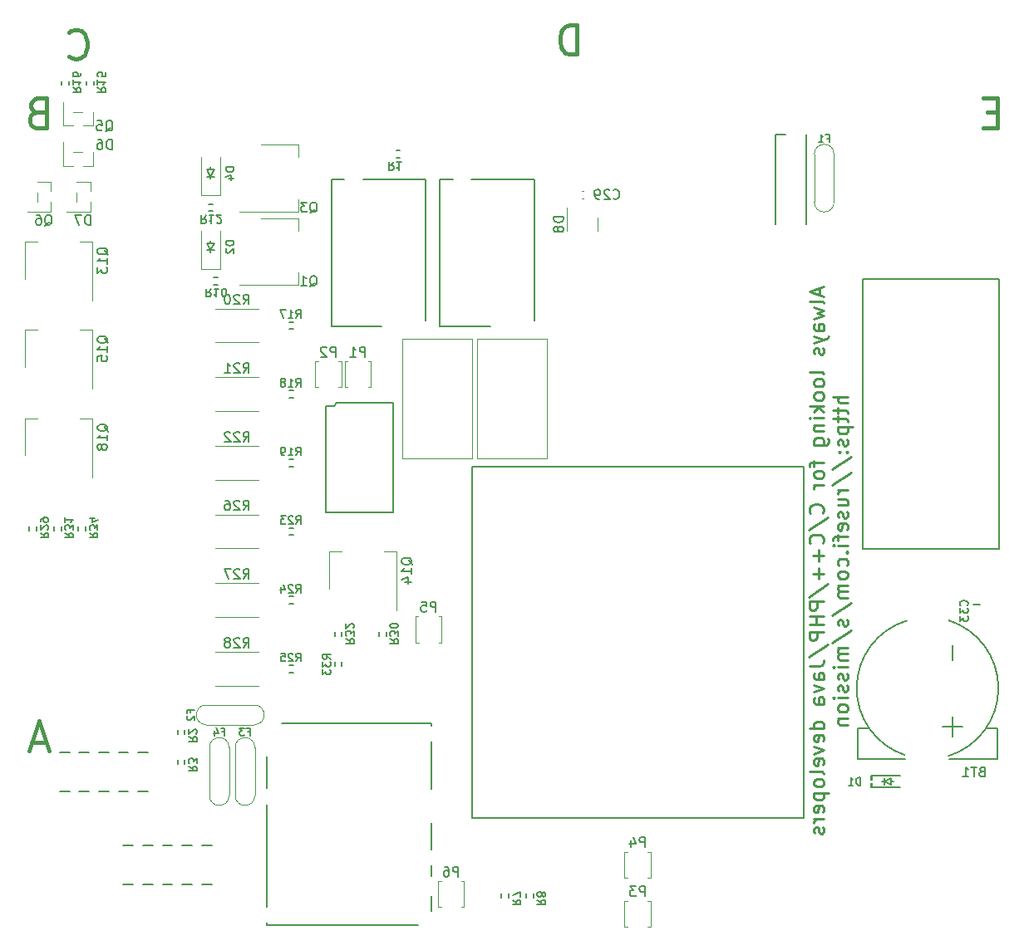
<source format=gbo>
G04 #@! TF.GenerationSoftware,KiCad,Pcbnew,7.0.9-7.0.9~ubuntu22.04.1*
G04 #@! TF.CreationDate,2023-12-02T09:09:58+00:00*
G04 #@! TF.ProjectId,uaefi,75616566-692e-46b6-9963-61645f706362,rev?*
G04 #@! TF.SameCoordinates,Original*
G04 #@! TF.FileFunction,Legend,Bot*
G04 #@! TF.FilePolarity,Positive*
%FSLAX46Y46*%
G04 Gerber Fmt 4.6, Leading zero omitted, Abs format (unit mm)*
G04 Created by KiCad (PCBNEW 7.0.9-7.0.9~ubuntu22.04.1) date 2023-12-02 09:09:58*
%MOMM*%
%LPD*%
G01*
G04 APERTURE LIST*
%ADD10C,0.450000*%
%ADD11C,0.250000*%
%ADD12C,0.150000*%
%ADD13C,0.127000*%
%ADD14C,0.170000*%
%ADD15C,0.200000*%
%ADD16C,0.120000*%
%ADD17C,0.150012*%
%ADD18C,0.203200*%
G04 APERTURE END LIST*
D10*
X1285712Y84206972D02*
X857140Y84064115D01*
X857140Y84064115D02*
X714283Y83921258D01*
X714283Y83921258D02*
X571426Y83635543D01*
X571426Y83635543D02*
X571426Y83206972D01*
X571426Y83206972D02*
X714283Y82921258D01*
X714283Y82921258D02*
X857140Y82778400D01*
X857140Y82778400D02*
X1142855Y82635543D01*
X1142855Y82635543D02*
X2285712Y82635543D01*
X2285712Y82635543D02*
X2285712Y85635543D01*
X2285712Y85635543D02*
X1285712Y85635543D01*
X1285712Y85635543D02*
X999998Y85492686D01*
X999998Y85492686D02*
X857140Y85349829D01*
X857140Y85349829D02*
X714283Y85064115D01*
X714283Y85064115D02*
X714283Y84778400D01*
X714283Y84778400D02*
X857140Y84492686D01*
X857140Y84492686D02*
X999998Y84349829D01*
X999998Y84349829D02*
X1285712Y84206972D01*
X1285712Y84206972D02*
X2285712Y84206972D01*
D11*
X81044857Y66321429D02*
X81044857Y65607143D01*
X81473428Y66464286D02*
X79973428Y65964286D01*
X79973428Y65964286D02*
X81473428Y65464286D01*
X81473428Y64750001D02*
X81402000Y64892858D01*
X81402000Y64892858D02*
X81259142Y64964287D01*
X81259142Y64964287D02*
X79973428Y64964287D01*
X80473428Y64321430D02*
X81473428Y64035715D01*
X81473428Y64035715D02*
X80759142Y63750001D01*
X80759142Y63750001D02*
X81473428Y63464287D01*
X81473428Y63464287D02*
X80473428Y63178573D01*
X81473428Y61964286D02*
X80687714Y61964286D01*
X80687714Y61964286D02*
X80544857Y62035715D01*
X80544857Y62035715D02*
X80473428Y62178572D01*
X80473428Y62178572D02*
X80473428Y62464286D01*
X80473428Y62464286D02*
X80544857Y62607144D01*
X81402000Y61964286D02*
X81473428Y62107144D01*
X81473428Y62107144D02*
X81473428Y62464286D01*
X81473428Y62464286D02*
X81402000Y62607144D01*
X81402000Y62607144D02*
X81259142Y62678572D01*
X81259142Y62678572D02*
X81116285Y62678572D01*
X81116285Y62678572D02*
X80973428Y62607144D01*
X80973428Y62607144D02*
X80902000Y62464286D01*
X80902000Y62464286D02*
X80902000Y62107144D01*
X80902000Y62107144D02*
X80830571Y61964286D01*
X80473428Y61392858D02*
X81473428Y61035715D01*
X80473428Y60678572D02*
X81473428Y61035715D01*
X81473428Y61035715D02*
X81830571Y61178572D01*
X81830571Y61178572D02*
X81902000Y61250001D01*
X81902000Y61250001D02*
X81973428Y61392858D01*
X81402000Y60178572D02*
X81473428Y60035715D01*
X81473428Y60035715D02*
X81473428Y59750001D01*
X81473428Y59750001D02*
X81402000Y59607144D01*
X81402000Y59607144D02*
X81259142Y59535715D01*
X81259142Y59535715D02*
X81187714Y59535715D01*
X81187714Y59535715D02*
X81044857Y59607144D01*
X81044857Y59607144D02*
X80973428Y59750001D01*
X80973428Y59750001D02*
X80973428Y59964286D01*
X80973428Y59964286D02*
X80902000Y60107144D01*
X80902000Y60107144D02*
X80759142Y60178572D01*
X80759142Y60178572D02*
X80687714Y60178572D01*
X80687714Y60178572D02*
X80544857Y60107144D01*
X80544857Y60107144D02*
X80473428Y59964286D01*
X80473428Y59964286D02*
X80473428Y59750001D01*
X80473428Y59750001D02*
X80544857Y59607144D01*
X81473428Y57535715D02*
X81402000Y57678572D01*
X81402000Y57678572D02*
X81259142Y57750001D01*
X81259142Y57750001D02*
X79973428Y57750001D01*
X81473428Y56750001D02*
X81402000Y56892858D01*
X81402000Y56892858D02*
X81330571Y56964287D01*
X81330571Y56964287D02*
X81187714Y57035715D01*
X81187714Y57035715D02*
X80759142Y57035715D01*
X80759142Y57035715D02*
X80616285Y56964287D01*
X80616285Y56964287D02*
X80544857Y56892858D01*
X80544857Y56892858D02*
X80473428Y56750001D01*
X80473428Y56750001D02*
X80473428Y56535715D01*
X80473428Y56535715D02*
X80544857Y56392858D01*
X80544857Y56392858D02*
X80616285Y56321429D01*
X80616285Y56321429D02*
X80759142Y56250001D01*
X80759142Y56250001D02*
X81187714Y56250001D01*
X81187714Y56250001D02*
X81330571Y56321429D01*
X81330571Y56321429D02*
X81402000Y56392858D01*
X81402000Y56392858D02*
X81473428Y56535715D01*
X81473428Y56535715D02*
X81473428Y56750001D01*
X81473428Y55392858D02*
X81402000Y55535715D01*
X81402000Y55535715D02*
X81330571Y55607144D01*
X81330571Y55607144D02*
X81187714Y55678572D01*
X81187714Y55678572D02*
X80759142Y55678572D01*
X80759142Y55678572D02*
X80616285Y55607144D01*
X80616285Y55607144D02*
X80544857Y55535715D01*
X80544857Y55535715D02*
X80473428Y55392858D01*
X80473428Y55392858D02*
X80473428Y55178572D01*
X80473428Y55178572D02*
X80544857Y55035715D01*
X80544857Y55035715D02*
X80616285Y54964286D01*
X80616285Y54964286D02*
X80759142Y54892858D01*
X80759142Y54892858D02*
X81187714Y54892858D01*
X81187714Y54892858D02*
X81330571Y54964286D01*
X81330571Y54964286D02*
X81402000Y55035715D01*
X81402000Y55035715D02*
X81473428Y55178572D01*
X81473428Y55178572D02*
X81473428Y55392858D01*
X81473428Y54250001D02*
X79973428Y54250001D01*
X80902000Y54107143D02*
X81473428Y53678572D01*
X80473428Y53678572D02*
X81044857Y54250001D01*
X81473428Y53035715D02*
X80473428Y53035715D01*
X79973428Y53035715D02*
X80044857Y53107143D01*
X80044857Y53107143D02*
X80116285Y53035715D01*
X80116285Y53035715D02*
X80044857Y52964286D01*
X80044857Y52964286D02*
X79973428Y53035715D01*
X79973428Y53035715D02*
X80116285Y53035715D01*
X80473428Y52321429D02*
X81473428Y52321429D01*
X80616285Y52321429D02*
X80544857Y52250000D01*
X80544857Y52250000D02*
X80473428Y52107143D01*
X80473428Y52107143D02*
X80473428Y51892857D01*
X80473428Y51892857D02*
X80544857Y51750000D01*
X80544857Y51750000D02*
X80687714Y51678571D01*
X80687714Y51678571D02*
X81473428Y51678571D01*
X80473428Y50321428D02*
X81687714Y50321428D01*
X81687714Y50321428D02*
X81830571Y50392857D01*
X81830571Y50392857D02*
X81902000Y50464286D01*
X81902000Y50464286D02*
X81973428Y50607143D01*
X81973428Y50607143D02*
X81973428Y50821428D01*
X81973428Y50821428D02*
X81902000Y50964286D01*
X81402000Y50321428D02*
X81473428Y50464286D01*
X81473428Y50464286D02*
X81473428Y50750000D01*
X81473428Y50750000D02*
X81402000Y50892857D01*
X81402000Y50892857D02*
X81330571Y50964286D01*
X81330571Y50964286D02*
X81187714Y51035714D01*
X81187714Y51035714D02*
X80759142Y51035714D01*
X80759142Y51035714D02*
X80616285Y50964286D01*
X80616285Y50964286D02*
X80544857Y50892857D01*
X80544857Y50892857D02*
X80473428Y50750000D01*
X80473428Y50750000D02*
X80473428Y50464286D01*
X80473428Y50464286D02*
X80544857Y50321428D01*
X80473428Y48678571D02*
X80473428Y48107143D01*
X81473428Y48464286D02*
X80187714Y48464286D01*
X80187714Y48464286D02*
X80044857Y48392857D01*
X80044857Y48392857D02*
X79973428Y48250000D01*
X79973428Y48250000D02*
X79973428Y48107143D01*
X81473428Y47392857D02*
X81402000Y47535714D01*
X81402000Y47535714D02*
X81330571Y47607143D01*
X81330571Y47607143D02*
X81187714Y47678571D01*
X81187714Y47678571D02*
X80759142Y47678571D01*
X80759142Y47678571D02*
X80616285Y47607143D01*
X80616285Y47607143D02*
X80544857Y47535714D01*
X80544857Y47535714D02*
X80473428Y47392857D01*
X80473428Y47392857D02*
X80473428Y47178571D01*
X80473428Y47178571D02*
X80544857Y47035714D01*
X80544857Y47035714D02*
X80616285Y46964285D01*
X80616285Y46964285D02*
X80759142Y46892857D01*
X80759142Y46892857D02*
X81187714Y46892857D01*
X81187714Y46892857D02*
X81330571Y46964285D01*
X81330571Y46964285D02*
X81402000Y47035714D01*
X81402000Y47035714D02*
X81473428Y47178571D01*
X81473428Y47178571D02*
X81473428Y47392857D01*
X81473428Y46250000D02*
X80473428Y46250000D01*
X80759142Y46250000D02*
X80616285Y46178571D01*
X80616285Y46178571D02*
X80544857Y46107142D01*
X80544857Y46107142D02*
X80473428Y45964285D01*
X80473428Y45964285D02*
X80473428Y45821428D01*
X81330571Y43321429D02*
X81402000Y43392857D01*
X81402000Y43392857D02*
X81473428Y43607143D01*
X81473428Y43607143D02*
X81473428Y43750000D01*
X81473428Y43750000D02*
X81402000Y43964286D01*
X81402000Y43964286D02*
X81259142Y44107143D01*
X81259142Y44107143D02*
X81116285Y44178572D01*
X81116285Y44178572D02*
X80830571Y44250000D01*
X80830571Y44250000D02*
X80616285Y44250000D01*
X80616285Y44250000D02*
X80330571Y44178572D01*
X80330571Y44178572D02*
X80187714Y44107143D01*
X80187714Y44107143D02*
X80044857Y43964286D01*
X80044857Y43964286D02*
X79973428Y43750000D01*
X79973428Y43750000D02*
X79973428Y43607143D01*
X79973428Y43607143D02*
X80044857Y43392857D01*
X80044857Y43392857D02*
X80116285Y43321429D01*
X79902000Y41607143D02*
X81830571Y42892857D01*
X81330571Y40250000D02*
X81402000Y40321428D01*
X81402000Y40321428D02*
X81473428Y40535714D01*
X81473428Y40535714D02*
X81473428Y40678571D01*
X81473428Y40678571D02*
X81402000Y40892857D01*
X81402000Y40892857D02*
X81259142Y41035714D01*
X81259142Y41035714D02*
X81116285Y41107143D01*
X81116285Y41107143D02*
X80830571Y41178571D01*
X80830571Y41178571D02*
X80616285Y41178571D01*
X80616285Y41178571D02*
X80330571Y41107143D01*
X80330571Y41107143D02*
X80187714Y41035714D01*
X80187714Y41035714D02*
X80044857Y40892857D01*
X80044857Y40892857D02*
X79973428Y40678571D01*
X79973428Y40678571D02*
X79973428Y40535714D01*
X79973428Y40535714D02*
X80044857Y40321428D01*
X80044857Y40321428D02*
X80116285Y40250000D01*
X80902000Y39607143D02*
X80902000Y38464285D01*
X81473428Y39035714D02*
X80330571Y39035714D01*
X80902000Y37750000D02*
X80902000Y36607142D01*
X81473428Y37178571D02*
X80330571Y37178571D01*
X79902000Y34821428D02*
X81830571Y36107142D01*
X81473428Y34321428D02*
X79973428Y34321428D01*
X79973428Y34321428D02*
X79973428Y33749999D01*
X79973428Y33749999D02*
X80044857Y33607142D01*
X80044857Y33607142D02*
X80116285Y33535713D01*
X80116285Y33535713D02*
X80259142Y33464285D01*
X80259142Y33464285D02*
X80473428Y33464285D01*
X80473428Y33464285D02*
X80616285Y33535713D01*
X80616285Y33535713D02*
X80687714Y33607142D01*
X80687714Y33607142D02*
X80759142Y33749999D01*
X80759142Y33749999D02*
X80759142Y34321428D01*
X81473428Y32821428D02*
X79973428Y32821428D01*
X80687714Y32821428D02*
X80687714Y31964285D01*
X81473428Y31964285D02*
X79973428Y31964285D01*
X81473428Y31249999D02*
X79973428Y31249999D01*
X79973428Y31249999D02*
X79973428Y30678570D01*
X79973428Y30678570D02*
X80044857Y30535713D01*
X80044857Y30535713D02*
X80116285Y30464284D01*
X80116285Y30464284D02*
X80259142Y30392856D01*
X80259142Y30392856D02*
X80473428Y30392856D01*
X80473428Y30392856D02*
X80616285Y30464284D01*
X80616285Y30464284D02*
X80687714Y30535713D01*
X80687714Y30535713D02*
X80759142Y30678570D01*
X80759142Y30678570D02*
X80759142Y31249999D01*
X79902000Y28678570D02*
X81830571Y29964284D01*
X79973428Y27749998D02*
X81044857Y27749998D01*
X81044857Y27749998D02*
X81259142Y27821427D01*
X81259142Y27821427D02*
X81402000Y27964284D01*
X81402000Y27964284D02*
X81473428Y28178570D01*
X81473428Y28178570D02*
X81473428Y28321427D01*
X81473428Y26392855D02*
X80687714Y26392855D01*
X80687714Y26392855D02*
X80544857Y26464284D01*
X80544857Y26464284D02*
X80473428Y26607141D01*
X80473428Y26607141D02*
X80473428Y26892855D01*
X80473428Y26892855D02*
X80544857Y27035713D01*
X81402000Y26392855D02*
X81473428Y26535713D01*
X81473428Y26535713D02*
X81473428Y26892855D01*
X81473428Y26892855D02*
X81402000Y27035713D01*
X81402000Y27035713D02*
X81259142Y27107141D01*
X81259142Y27107141D02*
X81116285Y27107141D01*
X81116285Y27107141D02*
X80973428Y27035713D01*
X80973428Y27035713D02*
X80902000Y26892855D01*
X80902000Y26892855D02*
X80902000Y26535713D01*
X80902000Y26535713D02*
X80830571Y26392855D01*
X80473428Y25821427D02*
X81473428Y25464284D01*
X81473428Y25464284D02*
X80473428Y25107141D01*
X81473428Y23892855D02*
X80687714Y23892855D01*
X80687714Y23892855D02*
X80544857Y23964284D01*
X80544857Y23964284D02*
X80473428Y24107141D01*
X80473428Y24107141D02*
X80473428Y24392855D01*
X80473428Y24392855D02*
X80544857Y24535713D01*
X81402000Y23892855D02*
X81473428Y24035713D01*
X81473428Y24035713D02*
X81473428Y24392855D01*
X81473428Y24392855D02*
X81402000Y24535713D01*
X81402000Y24535713D02*
X81259142Y24607141D01*
X81259142Y24607141D02*
X81116285Y24607141D01*
X81116285Y24607141D02*
X80973428Y24535713D01*
X80973428Y24535713D02*
X80902000Y24392855D01*
X80902000Y24392855D02*
X80902000Y24035713D01*
X80902000Y24035713D02*
X80830571Y23892855D01*
X81473428Y21392855D02*
X79973428Y21392855D01*
X81402000Y21392855D02*
X81473428Y21535713D01*
X81473428Y21535713D02*
X81473428Y21821427D01*
X81473428Y21821427D02*
X81402000Y21964284D01*
X81402000Y21964284D02*
X81330571Y22035713D01*
X81330571Y22035713D02*
X81187714Y22107141D01*
X81187714Y22107141D02*
X80759142Y22107141D01*
X80759142Y22107141D02*
X80616285Y22035713D01*
X80616285Y22035713D02*
X80544857Y21964284D01*
X80544857Y21964284D02*
X80473428Y21821427D01*
X80473428Y21821427D02*
X80473428Y21535713D01*
X80473428Y21535713D02*
X80544857Y21392855D01*
X81402000Y20107141D02*
X81473428Y20249998D01*
X81473428Y20249998D02*
X81473428Y20535712D01*
X81473428Y20535712D02*
X81402000Y20678570D01*
X81402000Y20678570D02*
X81259142Y20749998D01*
X81259142Y20749998D02*
X80687714Y20749998D01*
X80687714Y20749998D02*
X80544857Y20678570D01*
X80544857Y20678570D02*
X80473428Y20535712D01*
X80473428Y20535712D02*
X80473428Y20249998D01*
X80473428Y20249998D02*
X80544857Y20107141D01*
X80544857Y20107141D02*
X80687714Y20035712D01*
X80687714Y20035712D02*
X80830571Y20035712D01*
X80830571Y20035712D02*
X80973428Y20749998D01*
X80473428Y19535713D02*
X81473428Y19178570D01*
X81473428Y19178570D02*
X80473428Y18821427D01*
X81402000Y17678570D02*
X81473428Y17821427D01*
X81473428Y17821427D02*
X81473428Y18107141D01*
X81473428Y18107141D02*
X81402000Y18249999D01*
X81402000Y18249999D02*
X81259142Y18321427D01*
X81259142Y18321427D02*
X80687714Y18321427D01*
X80687714Y18321427D02*
X80544857Y18249999D01*
X80544857Y18249999D02*
X80473428Y18107141D01*
X80473428Y18107141D02*
X80473428Y17821427D01*
X80473428Y17821427D02*
X80544857Y17678570D01*
X80544857Y17678570D02*
X80687714Y17607141D01*
X80687714Y17607141D02*
X80830571Y17607141D01*
X80830571Y17607141D02*
X80973428Y18321427D01*
X81473428Y16749999D02*
X81402000Y16892856D01*
X81402000Y16892856D02*
X81259142Y16964285D01*
X81259142Y16964285D02*
X79973428Y16964285D01*
X81473428Y15964285D02*
X81402000Y16107142D01*
X81402000Y16107142D02*
X81330571Y16178571D01*
X81330571Y16178571D02*
X81187714Y16249999D01*
X81187714Y16249999D02*
X80759142Y16249999D01*
X80759142Y16249999D02*
X80616285Y16178571D01*
X80616285Y16178571D02*
X80544857Y16107142D01*
X80544857Y16107142D02*
X80473428Y15964285D01*
X80473428Y15964285D02*
X80473428Y15749999D01*
X80473428Y15749999D02*
X80544857Y15607142D01*
X80544857Y15607142D02*
X80616285Y15535713D01*
X80616285Y15535713D02*
X80759142Y15464285D01*
X80759142Y15464285D02*
X81187714Y15464285D01*
X81187714Y15464285D02*
X81330571Y15535713D01*
X81330571Y15535713D02*
X81402000Y15607142D01*
X81402000Y15607142D02*
X81473428Y15749999D01*
X81473428Y15749999D02*
X81473428Y15964285D01*
X80473428Y14821428D02*
X81973428Y14821428D01*
X80544857Y14821428D02*
X80473428Y14678570D01*
X80473428Y14678570D02*
X80473428Y14392856D01*
X80473428Y14392856D02*
X80544857Y14249999D01*
X80544857Y14249999D02*
X80616285Y14178570D01*
X80616285Y14178570D02*
X80759142Y14107142D01*
X80759142Y14107142D02*
X81187714Y14107142D01*
X81187714Y14107142D02*
X81330571Y14178570D01*
X81330571Y14178570D02*
X81402000Y14249999D01*
X81402000Y14249999D02*
X81473428Y14392856D01*
X81473428Y14392856D02*
X81473428Y14678570D01*
X81473428Y14678570D02*
X81402000Y14821428D01*
X81402000Y12892856D02*
X81473428Y13035713D01*
X81473428Y13035713D02*
X81473428Y13321427D01*
X81473428Y13321427D02*
X81402000Y13464285D01*
X81402000Y13464285D02*
X81259142Y13535713D01*
X81259142Y13535713D02*
X80687714Y13535713D01*
X80687714Y13535713D02*
X80544857Y13464285D01*
X80544857Y13464285D02*
X80473428Y13321427D01*
X80473428Y13321427D02*
X80473428Y13035713D01*
X80473428Y13035713D02*
X80544857Y12892856D01*
X80544857Y12892856D02*
X80687714Y12821427D01*
X80687714Y12821427D02*
X80830571Y12821427D01*
X80830571Y12821427D02*
X80973428Y13535713D01*
X81473428Y12178571D02*
X80473428Y12178571D01*
X80759142Y12178571D02*
X80616285Y12107142D01*
X80616285Y12107142D02*
X80544857Y12035713D01*
X80544857Y12035713D02*
X80473428Y11892856D01*
X80473428Y11892856D02*
X80473428Y11749999D01*
X81402000Y11321428D02*
X81473428Y11178571D01*
X81473428Y11178571D02*
X81473428Y10892857D01*
X81473428Y10892857D02*
X81402000Y10750000D01*
X81402000Y10750000D02*
X81259142Y10678571D01*
X81259142Y10678571D02*
X81187714Y10678571D01*
X81187714Y10678571D02*
X81044857Y10750000D01*
X81044857Y10750000D02*
X80973428Y10892857D01*
X80973428Y10892857D02*
X80973428Y11107142D01*
X80973428Y11107142D02*
X80902000Y11250000D01*
X80902000Y11250000D02*
X80759142Y11321428D01*
X80759142Y11321428D02*
X80687714Y11321428D01*
X80687714Y11321428D02*
X80544857Y11250000D01*
X80544857Y11250000D02*
X80473428Y11107142D01*
X80473428Y11107142D02*
X80473428Y10892857D01*
X80473428Y10892857D02*
X80544857Y10750000D01*
X83888428Y55214289D02*
X82388428Y55214289D01*
X83888428Y54571431D02*
X83102714Y54571431D01*
X83102714Y54571431D02*
X82959857Y54642860D01*
X82959857Y54642860D02*
X82888428Y54785717D01*
X82888428Y54785717D02*
X82888428Y55000003D01*
X82888428Y55000003D02*
X82959857Y55142860D01*
X82959857Y55142860D02*
X83031285Y55214289D01*
X82888428Y54071431D02*
X82888428Y53500003D01*
X82388428Y53857146D02*
X83674142Y53857146D01*
X83674142Y53857146D02*
X83817000Y53785717D01*
X83817000Y53785717D02*
X83888428Y53642860D01*
X83888428Y53642860D02*
X83888428Y53500003D01*
X82888428Y53214288D02*
X82888428Y52642860D01*
X82388428Y53000003D02*
X83674142Y53000003D01*
X83674142Y53000003D02*
X83817000Y52928574D01*
X83817000Y52928574D02*
X83888428Y52785717D01*
X83888428Y52785717D02*
X83888428Y52642860D01*
X82888428Y52142860D02*
X84388428Y52142860D01*
X82959857Y52142860D02*
X82888428Y52000002D01*
X82888428Y52000002D02*
X82888428Y51714288D01*
X82888428Y51714288D02*
X82959857Y51571431D01*
X82959857Y51571431D02*
X83031285Y51500002D01*
X83031285Y51500002D02*
X83174142Y51428574D01*
X83174142Y51428574D02*
X83602714Y51428574D01*
X83602714Y51428574D02*
X83745571Y51500002D01*
X83745571Y51500002D02*
X83817000Y51571431D01*
X83817000Y51571431D02*
X83888428Y51714288D01*
X83888428Y51714288D02*
X83888428Y52000002D01*
X83888428Y52000002D02*
X83817000Y52142860D01*
X83817000Y50857145D02*
X83888428Y50714288D01*
X83888428Y50714288D02*
X83888428Y50428574D01*
X83888428Y50428574D02*
X83817000Y50285717D01*
X83817000Y50285717D02*
X83674142Y50214288D01*
X83674142Y50214288D02*
X83602714Y50214288D01*
X83602714Y50214288D02*
X83459857Y50285717D01*
X83459857Y50285717D02*
X83388428Y50428574D01*
X83388428Y50428574D02*
X83388428Y50642859D01*
X83388428Y50642859D02*
X83317000Y50785717D01*
X83317000Y50785717D02*
X83174142Y50857145D01*
X83174142Y50857145D02*
X83102714Y50857145D01*
X83102714Y50857145D02*
X82959857Y50785717D01*
X82959857Y50785717D02*
X82888428Y50642859D01*
X82888428Y50642859D02*
X82888428Y50428574D01*
X82888428Y50428574D02*
X82959857Y50285717D01*
X83745571Y49571431D02*
X83817000Y49500002D01*
X83817000Y49500002D02*
X83888428Y49571431D01*
X83888428Y49571431D02*
X83817000Y49642859D01*
X83817000Y49642859D02*
X83745571Y49571431D01*
X83745571Y49571431D02*
X83888428Y49571431D01*
X82959857Y49571431D02*
X83031285Y49500002D01*
X83031285Y49500002D02*
X83102714Y49571431D01*
X83102714Y49571431D02*
X83031285Y49642859D01*
X83031285Y49642859D02*
X82959857Y49571431D01*
X82959857Y49571431D02*
X83102714Y49571431D01*
X82317000Y47785716D02*
X84245571Y49071430D01*
X82317000Y46214287D02*
X84245571Y47500001D01*
X83888428Y45714287D02*
X82888428Y45714287D01*
X83174142Y45714287D02*
X83031285Y45642858D01*
X83031285Y45642858D02*
X82959857Y45571429D01*
X82959857Y45571429D02*
X82888428Y45428572D01*
X82888428Y45428572D02*
X82888428Y45285715D01*
X82888428Y44142858D02*
X83888428Y44142858D01*
X82888428Y44785716D02*
X83674142Y44785716D01*
X83674142Y44785716D02*
X83817000Y44714287D01*
X83817000Y44714287D02*
X83888428Y44571430D01*
X83888428Y44571430D02*
X83888428Y44357144D01*
X83888428Y44357144D02*
X83817000Y44214287D01*
X83817000Y44214287D02*
X83745571Y44142858D01*
X83817000Y43500001D02*
X83888428Y43357144D01*
X83888428Y43357144D02*
X83888428Y43071430D01*
X83888428Y43071430D02*
X83817000Y42928573D01*
X83817000Y42928573D02*
X83674142Y42857144D01*
X83674142Y42857144D02*
X83602714Y42857144D01*
X83602714Y42857144D02*
X83459857Y42928573D01*
X83459857Y42928573D02*
X83388428Y43071430D01*
X83388428Y43071430D02*
X83388428Y43285715D01*
X83388428Y43285715D02*
X83317000Y43428573D01*
X83317000Y43428573D02*
X83174142Y43500001D01*
X83174142Y43500001D02*
X83102714Y43500001D01*
X83102714Y43500001D02*
X82959857Y43428573D01*
X82959857Y43428573D02*
X82888428Y43285715D01*
X82888428Y43285715D02*
X82888428Y43071430D01*
X82888428Y43071430D02*
X82959857Y42928573D01*
X83817000Y41642858D02*
X83888428Y41785715D01*
X83888428Y41785715D02*
X83888428Y42071429D01*
X83888428Y42071429D02*
X83817000Y42214287D01*
X83817000Y42214287D02*
X83674142Y42285715D01*
X83674142Y42285715D02*
X83102714Y42285715D01*
X83102714Y42285715D02*
X82959857Y42214287D01*
X82959857Y42214287D02*
X82888428Y42071429D01*
X82888428Y42071429D02*
X82888428Y41785715D01*
X82888428Y41785715D02*
X82959857Y41642858D01*
X82959857Y41642858D02*
X83102714Y41571429D01*
X83102714Y41571429D02*
X83245571Y41571429D01*
X83245571Y41571429D02*
X83388428Y42285715D01*
X82888428Y41142858D02*
X82888428Y40571430D01*
X83888428Y40928573D02*
X82602714Y40928573D01*
X82602714Y40928573D02*
X82459857Y40857144D01*
X82459857Y40857144D02*
X82388428Y40714287D01*
X82388428Y40714287D02*
X82388428Y40571430D01*
X83888428Y40071430D02*
X82888428Y40071430D01*
X82388428Y40071430D02*
X82459857Y40142858D01*
X82459857Y40142858D02*
X82531285Y40071430D01*
X82531285Y40071430D02*
X82459857Y40000001D01*
X82459857Y40000001D02*
X82388428Y40071430D01*
X82388428Y40071430D02*
X82531285Y40071430D01*
X83745571Y39357144D02*
X83817000Y39285715D01*
X83817000Y39285715D02*
X83888428Y39357144D01*
X83888428Y39357144D02*
X83817000Y39428572D01*
X83817000Y39428572D02*
X83745571Y39357144D01*
X83745571Y39357144D02*
X83888428Y39357144D01*
X83817000Y38000000D02*
X83888428Y38142858D01*
X83888428Y38142858D02*
X83888428Y38428572D01*
X83888428Y38428572D02*
X83817000Y38571429D01*
X83817000Y38571429D02*
X83745571Y38642858D01*
X83745571Y38642858D02*
X83602714Y38714286D01*
X83602714Y38714286D02*
X83174142Y38714286D01*
X83174142Y38714286D02*
X83031285Y38642858D01*
X83031285Y38642858D02*
X82959857Y38571429D01*
X82959857Y38571429D02*
X82888428Y38428572D01*
X82888428Y38428572D02*
X82888428Y38142858D01*
X82888428Y38142858D02*
X82959857Y38000000D01*
X83888428Y37142858D02*
X83817000Y37285715D01*
X83817000Y37285715D02*
X83745571Y37357144D01*
X83745571Y37357144D02*
X83602714Y37428572D01*
X83602714Y37428572D02*
X83174142Y37428572D01*
X83174142Y37428572D02*
X83031285Y37357144D01*
X83031285Y37357144D02*
X82959857Y37285715D01*
X82959857Y37285715D02*
X82888428Y37142858D01*
X82888428Y37142858D02*
X82888428Y36928572D01*
X82888428Y36928572D02*
X82959857Y36785715D01*
X82959857Y36785715D02*
X83031285Y36714286D01*
X83031285Y36714286D02*
X83174142Y36642858D01*
X83174142Y36642858D02*
X83602714Y36642858D01*
X83602714Y36642858D02*
X83745571Y36714286D01*
X83745571Y36714286D02*
X83817000Y36785715D01*
X83817000Y36785715D02*
X83888428Y36928572D01*
X83888428Y36928572D02*
X83888428Y37142858D01*
X83888428Y36000001D02*
X82888428Y36000001D01*
X83031285Y36000001D02*
X82959857Y35928572D01*
X82959857Y35928572D02*
X82888428Y35785715D01*
X82888428Y35785715D02*
X82888428Y35571429D01*
X82888428Y35571429D02*
X82959857Y35428572D01*
X82959857Y35428572D02*
X83102714Y35357143D01*
X83102714Y35357143D02*
X83888428Y35357143D01*
X83102714Y35357143D02*
X82959857Y35285715D01*
X82959857Y35285715D02*
X82888428Y35142858D01*
X82888428Y35142858D02*
X82888428Y34928572D01*
X82888428Y34928572D02*
X82959857Y34785715D01*
X82959857Y34785715D02*
X83102714Y34714286D01*
X83102714Y34714286D02*
X83888428Y34714286D01*
X82317000Y32928572D02*
X84245571Y34214286D01*
X83817000Y32500000D02*
X83888428Y32357143D01*
X83888428Y32357143D02*
X83888428Y32071429D01*
X83888428Y32071429D02*
X83817000Y31928572D01*
X83817000Y31928572D02*
X83674142Y31857143D01*
X83674142Y31857143D02*
X83602714Y31857143D01*
X83602714Y31857143D02*
X83459857Y31928572D01*
X83459857Y31928572D02*
X83388428Y32071429D01*
X83388428Y32071429D02*
X83388428Y32285714D01*
X83388428Y32285714D02*
X83317000Y32428572D01*
X83317000Y32428572D02*
X83174142Y32500000D01*
X83174142Y32500000D02*
X83102714Y32500000D01*
X83102714Y32500000D02*
X82959857Y32428572D01*
X82959857Y32428572D02*
X82888428Y32285714D01*
X82888428Y32285714D02*
X82888428Y32071429D01*
X82888428Y32071429D02*
X82959857Y31928572D01*
X82317000Y30142857D02*
X84245571Y31428571D01*
X83888428Y29642857D02*
X82888428Y29642857D01*
X83031285Y29642857D02*
X82959857Y29571428D01*
X82959857Y29571428D02*
X82888428Y29428571D01*
X82888428Y29428571D02*
X82888428Y29214285D01*
X82888428Y29214285D02*
X82959857Y29071428D01*
X82959857Y29071428D02*
X83102714Y28999999D01*
X83102714Y28999999D02*
X83888428Y28999999D01*
X83102714Y28999999D02*
X82959857Y28928571D01*
X82959857Y28928571D02*
X82888428Y28785714D01*
X82888428Y28785714D02*
X82888428Y28571428D01*
X82888428Y28571428D02*
X82959857Y28428571D01*
X82959857Y28428571D02*
X83102714Y28357142D01*
X83102714Y28357142D02*
X83888428Y28357142D01*
X83888428Y27642857D02*
X82888428Y27642857D01*
X82388428Y27642857D02*
X82459857Y27714285D01*
X82459857Y27714285D02*
X82531285Y27642857D01*
X82531285Y27642857D02*
X82459857Y27571428D01*
X82459857Y27571428D02*
X82388428Y27642857D01*
X82388428Y27642857D02*
X82531285Y27642857D01*
X83817000Y26999999D02*
X83888428Y26857142D01*
X83888428Y26857142D02*
X83888428Y26571428D01*
X83888428Y26571428D02*
X83817000Y26428571D01*
X83817000Y26428571D02*
X83674142Y26357142D01*
X83674142Y26357142D02*
X83602714Y26357142D01*
X83602714Y26357142D02*
X83459857Y26428571D01*
X83459857Y26428571D02*
X83388428Y26571428D01*
X83388428Y26571428D02*
X83388428Y26785713D01*
X83388428Y26785713D02*
X83317000Y26928571D01*
X83317000Y26928571D02*
X83174142Y26999999D01*
X83174142Y26999999D02*
X83102714Y26999999D01*
X83102714Y26999999D02*
X82959857Y26928571D01*
X82959857Y26928571D02*
X82888428Y26785713D01*
X82888428Y26785713D02*
X82888428Y26571428D01*
X82888428Y26571428D02*
X82959857Y26428571D01*
X83817000Y25785713D02*
X83888428Y25642856D01*
X83888428Y25642856D02*
X83888428Y25357142D01*
X83888428Y25357142D02*
X83817000Y25214285D01*
X83817000Y25214285D02*
X83674142Y25142856D01*
X83674142Y25142856D02*
X83602714Y25142856D01*
X83602714Y25142856D02*
X83459857Y25214285D01*
X83459857Y25214285D02*
X83388428Y25357142D01*
X83388428Y25357142D02*
X83388428Y25571427D01*
X83388428Y25571427D02*
X83317000Y25714285D01*
X83317000Y25714285D02*
X83174142Y25785713D01*
X83174142Y25785713D02*
X83102714Y25785713D01*
X83102714Y25785713D02*
X82959857Y25714285D01*
X82959857Y25714285D02*
X82888428Y25571427D01*
X82888428Y25571427D02*
X82888428Y25357142D01*
X82888428Y25357142D02*
X82959857Y25214285D01*
X83888428Y24499999D02*
X82888428Y24499999D01*
X82388428Y24499999D02*
X82459857Y24571427D01*
X82459857Y24571427D02*
X82531285Y24499999D01*
X82531285Y24499999D02*
X82459857Y24428570D01*
X82459857Y24428570D02*
X82388428Y24499999D01*
X82388428Y24499999D02*
X82531285Y24499999D01*
X83888428Y23571427D02*
X83817000Y23714284D01*
X83817000Y23714284D02*
X83745571Y23785713D01*
X83745571Y23785713D02*
X83602714Y23857141D01*
X83602714Y23857141D02*
X83174142Y23857141D01*
X83174142Y23857141D02*
X83031285Y23785713D01*
X83031285Y23785713D02*
X82959857Y23714284D01*
X82959857Y23714284D02*
X82888428Y23571427D01*
X82888428Y23571427D02*
X82888428Y23357141D01*
X82888428Y23357141D02*
X82959857Y23214284D01*
X82959857Y23214284D02*
X83031285Y23142855D01*
X83031285Y23142855D02*
X83174142Y23071427D01*
X83174142Y23071427D02*
X83602714Y23071427D01*
X83602714Y23071427D02*
X83745571Y23142855D01*
X83745571Y23142855D02*
X83817000Y23214284D01*
X83817000Y23214284D02*
X83888428Y23357141D01*
X83888428Y23357141D02*
X83888428Y23571427D01*
X82888428Y22428570D02*
X83888428Y22428570D01*
X83031285Y22428570D02*
X82959857Y22357141D01*
X82959857Y22357141D02*
X82888428Y22214284D01*
X82888428Y22214284D02*
X82888428Y21999998D01*
X82888428Y21999998D02*
X82959857Y21857141D01*
X82959857Y21857141D02*
X83102714Y21785712D01*
X83102714Y21785712D02*
X83888428Y21785712D01*
D10*
X2214283Y19992686D02*
X785712Y19992686D01*
X2499997Y19135543D02*
X1499997Y22135543D01*
X1499997Y22135543D02*
X499997Y19135543D01*
X99142855Y84206972D02*
X98142855Y84206972D01*
X97714283Y82635543D02*
X99142855Y82635543D01*
X99142855Y82635543D02*
X99142855Y85635543D01*
X99142855Y85635543D02*
X97714283Y85635543D01*
X4571426Y89921258D02*
X4714283Y89778400D01*
X4714283Y89778400D02*
X5142855Y89635543D01*
X5142855Y89635543D02*
X5428569Y89635543D01*
X5428569Y89635543D02*
X5857140Y89778400D01*
X5857140Y89778400D02*
X6142855Y90064115D01*
X6142855Y90064115D02*
X6285712Y90349829D01*
X6285712Y90349829D02*
X6428569Y90921258D01*
X6428569Y90921258D02*
X6428569Y91349829D01*
X6428569Y91349829D02*
X6285712Y91921258D01*
X6285712Y91921258D02*
X6142855Y92206972D01*
X6142855Y92206972D02*
X5857140Y92492686D01*
X5857140Y92492686D02*
X5428569Y92635543D01*
X5428569Y92635543D02*
X5142855Y92635543D01*
X5142855Y92635543D02*
X4714283Y92492686D01*
X4714283Y92492686D02*
X4571426Y92349829D01*
X56285712Y90135543D02*
X56285712Y93135543D01*
X56285712Y93135543D02*
X55571426Y93135543D01*
X55571426Y93135543D02*
X55142855Y92992686D01*
X55142855Y92992686D02*
X54857140Y92706972D01*
X54857140Y92706972D02*
X54714283Y92421258D01*
X54714283Y92421258D02*
X54571426Y91849829D01*
X54571426Y91849829D02*
X54571426Y91421258D01*
X54571426Y91421258D02*
X54714283Y90849829D01*
X54714283Y90849829D02*
X54857140Y90564115D01*
X54857140Y90564115D02*
X55142855Y90278400D01*
X55142855Y90278400D02*
X55571426Y90135543D01*
X55571426Y90135543D02*
X56285712Y90135543D01*
D12*
X34738094Y59295181D02*
X34738094Y60295181D01*
X34738094Y60295181D02*
X34357142Y60295181D01*
X34357142Y60295181D02*
X34261904Y60247562D01*
X34261904Y60247562D02*
X34214285Y60199943D01*
X34214285Y60199943D02*
X34166666Y60104705D01*
X34166666Y60104705D02*
X34166666Y59961848D01*
X34166666Y59961848D02*
X34214285Y59866610D01*
X34214285Y59866610D02*
X34261904Y59818991D01*
X34261904Y59818991D02*
X34357142Y59771372D01*
X34357142Y59771372D02*
X34738094Y59771372D01*
X33214285Y59295181D02*
X33785713Y59295181D01*
X33499999Y59295181D02*
X33499999Y60295181D01*
X33499999Y60295181D02*
X33595237Y60152324D01*
X33595237Y60152324D02*
X33690475Y60057086D01*
X33690475Y60057086D02*
X33785713Y60009467D01*
X31738094Y59295181D02*
X31738094Y60295181D01*
X31738094Y60295181D02*
X31357142Y60295181D01*
X31357142Y60295181D02*
X31261904Y60247562D01*
X31261904Y60247562D02*
X31214285Y60199943D01*
X31214285Y60199943D02*
X31166666Y60104705D01*
X31166666Y60104705D02*
X31166666Y59961848D01*
X31166666Y59961848D02*
X31214285Y59866610D01*
X31214285Y59866610D02*
X31261904Y59818991D01*
X31261904Y59818991D02*
X31357142Y59771372D01*
X31357142Y59771372D02*
X31738094Y59771372D01*
X30785713Y60199943D02*
X30738094Y60247562D01*
X30738094Y60247562D02*
X30642856Y60295181D01*
X30642856Y60295181D02*
X30404761Y60295181D01*
X30404761Y60295181D02*
X30309523Y60247562D01*
X30309523Y60247562D02*
X30261904Y60199943D01*
X30261904Y60199943D02*
X30214285Y60104705D01*
X30214285Y60104705D02*
X30214285Y60009467D01*
X30214285Y60009467D02*
X30261904Y59866610D01*
X30261904Y59866610D02*
X30833332Y59295181D01*
X30833332Y59295181D02*
X30214285Y59295181D01*
D13*
X20133999Y21053232D02*
X20387999Y21053232D01*
X20387999Y20654089D02*
X20387999Y21416089D01*
X20387999Y21416089D02*
X20025142Y21416089D01*
X19408285Y21162089D02*
X19408285Y20654089D01*
X19589713Y21452374D02*
X19771142Y20908089D01*
X19771142Y20908089D02*
X19299427Y20908089D01*
D12*
X63238094Y9295181D02*
X63238094Y10295181D01*
X63238094Y10295181D02*
X62857142Y10295181D01*
X62857142Y10295181D02*
X62761904Y10247562D01*
X62761904Y10247562D02*
X62714285Y10199943D01*
X62714285Y10199943D02*
X62666666Y10104705D01*
X62666666Y10104705D02*
X62666666Y9961848D01*
X62666666Y9961848D02*
X62714285Y9866610D01*
X62714285Y9866610D02*
X62761904Y9818991D01*
X62761904Y9818991D02*
X62857142Y9771372D01*
X62857142Y9771372D02*
X63238094Y9771372D01*
X61809523Y9961848D02*
X61809523Y9295181D01*
X62047618Y10342800D02*
X62285713Y9628515D01*
X62285713Y9628515D02*
X61666666Y9628515D01*
X41938094Y33295181D02*
X41938094Y34295181D01*
X41938094Y34295181D02*
X41557142Y34295181D01*
X41557142Y34295181D02*
X41461904Y34247562D01*
X41461904Y34247562D02*
X41414285Y34199943D01*
X41414285Y34199943D02*
X41366666Y34104705D01*
X41366666Y34104705D02*
X41366666Y33961848D01*
X41366666Y33961848D02*
X41414285Y33866610D01*
X41414285Y33866610D02*
X41461904Y33818991D01*
X41461904Y33818991D02*
X41557142Y33771372D01*
X41557142Y33771372D02*
X41938094Y33771372D01*
X40461904Y34295181D02*
X40938094Y34295181D01*
X40938094Y34295181D02*
X40985713Y33818991D01*
X40985713Y33818991D02*
X40938094Y33866610D01*
X40938094Y33866610D02*
X40842856Y33914229D01*
X40842856Y33914229D02*
X40604761Y33914229D01*
X40604761Y33914229D02*
X40509523Y33866610D01*
X40509523Y33866610D02*
X40461904Y33818991D01*
X40461904Y33818991D02*
X40414285Y33723753D01*
X40414285Y33723753D02*
X40414285Y33485658D01*
X40414285Y33485658D02*
X40461904Y33390420D01*
X40461904Y33390420D02*
X40509523Y33342800D01*
X40509523Y33342800D02*
X40604761Y33295181D01*
X40604761Y33295181D02*
X40842856Y33295181D01*
X40842856Y33295181D02*
X40938094Y33342800D01*
X40938094Y33342800D02*
X40985713Y33390420D01*
D13*
X22753999Y21053232D02*
X23007999Y21053232D01*
X23007999Y20654089D02*
X23007999Y21416089D01*
X23007999Y21416089D02*
X22645142Y21416089D01*
X22427427Y21416089D02*
X21955713Y21416089D01*
X21955713Y21416089D02*
X22209713Y21125803D01*
X22209713Y21125803D02*
X22100856Y21125803D01*
X22100856Y21125803D02*
X22028285Y21089517D01*
X22028285Y21089517D02*
X21991999Y21053232D01*
X21991999Y21053232D02*
X21955713Y20980660D01*
X21955713Y20980660D02*
X21955713Y20799232D01*
X21955713Y20799232D02*
X21991999Y20726660D01*
X21991999Y20726660D02*
X22028285Y20690374D01*
X22028285Y20690374D02*
X22100856Y20654089D01*
X22100856Y20654089D02*
X22318570Y20654089D01*
X22318570Y20654089D02*
X22391142Y20690374D01*
X22391142Y20690374D02*
X22427427Y20726660D01*
X81753999Y81553232D02*
X82007999Y81553232D01*
X82007999Y81154089D02*
X82007999Y81916089D01*
X82007999Y81916089D02*
X81645142Y81916089D01*
X80955713Y81154089D02*
X81391142Y81154089D01*
X81173427Y81154089D02*
X81173427Y81916089D01*
X81173427Y81916089D02*
X81245999Y81807232D01*
X81245999Y81807232D02*
X81318570Y81734660D01*
X81318570Y81734660D02*
X81391142Y81698374D01*
D12*
X63238094Y4295181D02*
X63238094Y5295181D01*
X63238094Y5295181D02*
X62857142Y5295181D01*
X62857142Y5295181D02*
X62761904Y5247562D01*
X62761904Y5247562D02*
X62714285Y5199943D01*
X62714285Y5199943D02*
X62666666Y5104705D01*
X62666666Y5104705D02*
X62666666Y4961848D01*
X62666666Y4961848D02*
X62714285Y4866610D01*
X62714285Y4866610D02*
X62761904Y4818991D01*
X62761904Y4818991D02*
X62857142Y4771372D01*
X62857142Y4771372D02*
X63238094Y4771372D01*
X62333332Y5295181D02*
X61714285Y5295181D01*
X61714285Y5295181D02*
X62047618Y4914229D01*
X62047618Y4914229D02*
X61904761Y4914229D01*
X61904761Y4914229D02*
X61809523Y4866610D01*
X61809523Y4866610D02*
X61761904Y4818991D01*
X61761904Y4818991D02*
X61714285Y4723753D01*
X61714285Y4723753D02*
X61714285Y4485658D01*
X61714285Y4485658D02*
X61761904Y4390420D01*
X61761904Y4390420D02*
X61809523Y4342800D01*
X61809523Y4342800D02*
X61904761Y4295181D01*
X61904761Y4295181D02*
X62190475Y4295181D01*
X62190475Y4295181D02*
X62285713Y4342800D01*
X62285713Y4342800D02*
X62333332Y4390420D01*
D13*
X16946768Y23032024D02*
X16946768Y23286024D01*
X17345911Y23286024D02*
X16583911Y23286024D01*
X16583911Y23286024D02*
X16583911Y22923167D01*
X16656483Y22669167D02*
X16620197Y22632881D01*
X16620197Y22632881D02*
X16583911Y22560309D01*
X16583911Y22560309D02*
X16583911Y22378881D01*
X16583911Y22378881D02*
X16620197Y22306309D01*
X16620197Y22306309D02*
X16656483Y22270024D01*
X16656483Y22270024D02*
X16729054Y22233738D01*
X16729054Y22233738D02*
X16801626Y22233738D01*
X16801626Y22233738D02*
X16910483Y22270024D01*
X16910483Y22270024D02*
X17345911Y22705452D01*
X17345911Y22705452D02*
X17345911Y22233738D01*
D12*
X44238094Y6295181D02*
X44238094Y7295181D01*
X44238094Y7295181D02*
X43857142Y7295181D01*
X43857142Y7295181D02*
X43761904Y7247562D01*
X43761904Y7247562D02*
X43714285Y7199943D01*
X43714285Y7199943D02*
X43666666Y7104705D01*
X43666666Y7104705D02*
X43666666Y6961848D01*
X43666666Y6961848D02*
X43714285Y6866610D01*
X43714285Y6866610D02*
X43761904Y6818991D01*
X43761904Y6818991D02*
X43857142Y6771372D01*
X43857142Y6771372D02*
X44238094Y6771372D01*
X42809523Y7295181D02*
X42999999Y7295181D01*
X42999999Y7295181D02*
X43095237Y7247562D01*
X43095237Y7247562D02*
X43142856Y7199943D01*
X43142856Y7199943D02*
X43238094Y7057086D01*
X43238094Y7057086D02*
X43285713Y6866610D01*
X43285713Y6866610D02*
X43285713Y6485658D01*
X43285713Y6485658D02*
X43238094Y6390420D01*
X43238094Y6390420D02*
X43190475Y6342800D01*
X43190475Y6342800D02*
X43095237Y6295181D01*
X43095237Y6295181D02*
X42904761Y6295181D01*
X42904761Y6295181D02*
X42809523Y6342800D01*
X42809523Y6342800D02*
X42761904Y6390420D01*
X42761904Y6390420D02*
X42714285Y6485658D01*
X42714285Y6485658D02*
X42714285Y6723753D01*
X42714285Y6723753D02*
X42761904Y6818991D01*
X42761904Y6818991D02*
X42809523Y6866610D01*
X42809523Y6866610D02*
X42904761Y6914229D01*
X42904761Y6914229D02*
X43095237Y6914229D01*
X43095237Y6914229D02*
X43190475Y6866610D01*
X43190475Y6866610D02*
X43238094Y6818991D01*
X43238094Y6818991D02*
X43285713Y6723753D01*
X54934819Y73538095D02*
X53934819Y73538095D01*
X53934819Y73538095D02*
X53934819Y73300000D01*
X53934819Y73300000D02*
X53982438Y73157143D01*
X53982438Y73157143D02*
X54077676Y73061905D01*
X54077676Y73061905D02*
X54172914Y73014286D01*
X54172914Y73014286D02*
X54363390Y72966667D01*
X54363390Y72966667D02*
X54506247Y72966667D01*
X54506247Y72966667D02*
X54696723Y73014286D01*
X54696723Y73014286D02*
X54791961Y73061905D01*
X54791961Y73061905D02*
X54887200Y73157143D01*
X54887200Y73157143D02*
X54934819Y73300000D01*
X54934819Y73300000D02*
X54934819Y73538095D01*
X54363390Y72395238D02*
X54315771Y72490476D01*
X54315771Y72490476D02*
X54268152Y72538095D01*
X54268152Y72538095D02*
X54172914Y72585714D01*
X54172914Y72585714D02*
X54125295Y72585714D01*
X54125295Y72585714D02*
X54030057Y72538095D01*
X54030057Y72538095D02*
X53982438Y72490476D01*
X53982438Y72490476D02*
X53934819Y72395238D01*
X53934819Y72395238D02*
X53934819Y72204762D01*
X53934819Y72204762D02*
X53982438Y72109524D01*
X53982438Y72109524D02*
X54030057Y72061905D01*
X54030057Y72061905D02*
X54125295Y72014286D01*
X54125295Y72014286D02*
X54172914Y72014286D01*
X54172914Y72014286D02*
X54268152Y72061905D01*
X54268152Y72061905D02*
X54315771Y72109524D01*
X54315771Y72109524D02*
X54363390Y72204762D01*
X54363390Y72204762D02*
X54363390Y72395238D01*
X54363390Y72395238D02*
X54411009Y72490476D01*
X54411009Y72490476D02*
X54458628Y72538095D01*
X54458628Y72538095D02*
X54553866Y72585714D01*
X54553866Y72585714D02*
X54744342Y72585714D01*
X54744342Y72585714D02*
X54839580Y72538095D01*
X54839580Y72538095D02*
X54887200Y72490476D01*
X54887200Y72490476D02*
X54934819Y72395238D01*
X54934819Y72395238D02*
X54934819Y72204762D01*
X54934819Y72204762D02*
X54887200Y72109524D01*
X54887200Y72109524D02*
X54839580Y72061905D01*
X54839580Y72061905D02*
X54744342Y72014286D01*
X54744342Y72014286D02*
X54553866Y72014286D01*
X54553866Y72014286D02*
X54458628Y72061905D01*
X54458628Y72061905D02*
X54411009Y72109524D01*
X54411009Y72109524D02*
X54363390Y72204762D01*
D14*
X21370508Y78605238D02*
X20550508Y78605238D01*
X20550508Y78605238D02*
X20550508Y78410000D01*
X20550508Y78410000D02*
X20589556Y78292857D01*
X20589556Y78292857D02*
X20667651Y78214762D01*
X20667651Y78214762D02*
X20745746Y78175715D01*
X20745746Y78175715D02*
X20901937Y78136667D01*
X20901937Y78136667D02*
X21019080Y78136667D01*
X21019080Y78136667D02*
X21175270Y78175715D01*
X21175270Y78175715D02*
X21253365Y78214762D01*
X21253365Y78214762D02*
X21331461Y78292857D01*
X21331461Y78292857D02*
X21370508Y78410000D01*
X21370508Y78410000D02*
X21370508Y78605238D01*
X20823841Y77433810D02*
X21370508Y77433810D01*
X20511461Y77629048D02*
X21097175Y77824286D01*
X21097175Y77824286D02*
X21097175Y77316667D01*
D12*
X97552714Y16989049D02*
X97409857Y16941430D01*
X97409857Y16941430D02*
X97362238Y16893811D01*
X97362238Y16893811D02*
X97314619Y16798573D01*
X97314619Y16798573D02*
X97314619Y16655716D01*
X97314619Y16655716D02*
X97362238Y16560478D01*
X97362238Y16560478D02*
X97409857Y16512858D01*
X97409857Y16512858D02*
X97505095Y16465239D01*
X97505095Y16465239D02*
X97886047Y16465239D01*
X97886047Y16465239D02*
X97886047Y17465239D01*
X97886047Y17465239D02*
X97552714Y17465239D01*
X97552714Y17465239D02*
X97457476Y17417620D01*
X97457476Y17417620D02*
X97409857Y17370001D01*
X97409857Y17370001D02*
X97362238Y17274763D01*
X97362238Y17274763D02*
X97362238Y17179525D01*
X97362238Y17179525D02*
X97409857Y17084287D01*
X97409857Y17084287D02*
X97457476Y17036668D01*
X97457476Y17036668D02*
X97552714Y16989049D01*
X97552714Y16989049D02*
X97886047Y16989049D01*
X97028904Y17465239D02*
X96457476Y17465239D01*
X96743190Y16465239D02*
X96743190Y17465239D01*
X95600333Y16465239D02*
X96171761Y16465239D01*
X95886047Y16465239D02*
X95886047Y17465239D01*
X95886047Y17465239D02*
X95981285Y17322382D01*
X95981285Y17322382D02*
X96076523Y17227144D01*
X96076523Y17227144D02*
X96171761Y17179525D01*
D14*
X4163014Y41340093D02*
X4553490Y41066760D01*
X4163014Y40871522D02*
X4983014Y40871522D01*
X4983014Y40871522D02*
X4983014Y41183903D01*
X4983014Y41183903D02*
X4943966Y41261998D01*
X4943966Y41261998D02*
X4904919Y41301045D01*
X4904919Y41301045D02*
X4826823Y41340093D01*
X4826823Y41340093D02*
X4709681Y41340093D01*
X4709681Y41340093D02*
X4631585Y41301045D01*
X4631585Y41301045D02*
X4592538Y41261998D01*
X4592538Y41261998D02*
X4553490Y41183903D01*
X4553490Y41183903D02*
X4553490Y40871522D01*
X4983014Y41613426D02*
X4983014Y42121045D01*
X4983014Y42121045D02*
X4670633Y41847712D01*
X4670633Y41847712D02*
X4670633Y41964855D01*
X4670633Y41964855D02*
X4631585Y42042950D01*
X4631585Y42042950D02*
X4592538Y42081998D01*
X4592538Y42081998D02*
X4514442Y42121045D01*
X4514442Y42121045D02*
X4319204Y42121045D01*
X4319204Y42121045D02*
X4241109Y42081998D01*
X4241109Y42081998D02*
X4202062Y42042950D01*
X4202062Y42042950D02*
X4163014Y41964855D01*
X4163014Y41964855D02*
X4163014Y41730569D01*
X4163014Y41730569D02*
X4202062Y41652474D01*
X4202062Y41652474D02*
X4241109Y41613426D01*
X4163014Y42901997D02*
X4163014Y42433426D01*
X4163014Y42667712D02*
X4983014Y42667712D01*
X4983014Y42667712D02*
X4865871Y42589616D01*
X4865871Y42589616D02*
X4787776Y42511521D01*
X4787776Y42511521D02*
X4748728Y42433426D01*
X96072582Y33932467D02*
X96111630Y33971515D01*
X96111630Y33971515D02*
X96150677Y34088658D01*
X96150677Y34088658D02*
X96150677Y34166753D01*
X96150677Y34166753D02*
X96111630Y34283896D01*
X96111630Y34283896D02*
X96033534Y34361991D01*
X96033534Y34361991D02*
X95955439Y34401039D01*
X95955439Y34401039D02*
X95799248Y34440087D01*
X95799248Y34440087D02*
X95682105Y34440087D01*
X95682105Y34440087D02*
X95525915Y34401039D01*
X95525915Y34401039D02*
X95447819Y34361991D01*
X95447819Y34361991D02*
X95369724Y34283896D01*
X95369724Y34283896D02*
X95330676Y34166753D01*
X95330676Y34166753D02*
X95330676Y34088658D01*
X95330676Y34088658D02*
X95369724Y33971515D01*
X95369724Y33971515D02*
X95408772Y33932467D01*
X95330676Y33659133D02*
X95330676Y33151514D01*
X95330676Y33151514D02*
X95643058Y33424847D01*
X95643058Y33424847D02*
X95643058Y33307704D01*
X95643058Y33307704D02*
X95682105Y33229609D01*
X95682105Y33229609D02*
X95721153Y33190561D01*
X95721153Y33190561D02*
X95799248Y33151514D01*
X95799248Y33151514D02*
X95994487Y33151514D01*
X95994487Y33151514D02*
X96072582Y33190561D01*
X96072582Y33190561D02*
X96111630Y33229609D01*
X96111630Y33229609D02*
X96150677Y33307704D01*
X96150677Y33307704D02*
X96150677Y33541990D01*
X96150677Y33541990D02*
X96111630Y33620086D01*
X96111630Y33620086D02*
X96072582Y33659133D01*
X95330676Y32878180D02*
X95330676Y32370561D01*
X95330676Y32370561D02*
X95643058Y32643894D01*
X95643058Y32643894D02*
X95643058Y32526751D01*
X95643058Y32526751D02*
X95682105Y32448656D01*
X95682105Y32448656D02*
X95721153Y32409608D01*
X95721153Y32409608D02*
X95799248Y32370561D01*
X95799248Y32370561D02*
X95994487Y32370561D01*
X95994487Y32370561D02*
X96072582Y32409608D01*
X96072582Y32409608D02*
X96111630Y32448656D01*
X96111630Y32448656D02*
X96150677Y32526751D01*
X96150677Y32526751D02*
X96150677Y32761037D01*
X96150677Y32761037D02*
X96111630Y32839133D01*
X96111630Y32839133D02*
X96072582Y32878180D01*
D12*
X60022857Y75440420D02*
X60070476Y75392800D01*
X60070476Y75392800D02*
X60213333Y75345181D01*
X60213333Y75345181D02*
X60308571Y75345181D01*
X60308571Y75345181D02*
X60451428Y75392800D01*
X60451428Y75392800D02*
X60546666Y75488039D01*
X60546666Y75488039D02*
X60594285Y75583277D01*
X60594285Y75583277D02*
X60641904Y75773753D01*
X60641904Y75773753D02*
X60641904Y75916610D01*
X60641904Y75916610D02*
X60594285Y76107086D01*
X60594285Y76107086D02*
X60546666Y76202324D01*
X60546666Y76202324D02*
X60451428Y76297562D01*
X60451428Y76297562D02*
X60308571Y76345181D01*
X60308571Y76345181D02*
X60213333Y76345181D01*
X60213333Y76345181D02*
X60070476Y76297562D01*
X60070476Y76297562D02*
X60022857Y76249943D01*
X59641904Y76249943D02*
X59594285Y76297562D01*
X59594285Y76297562D02*
X59499047Y76345181D01*
X59499047Y76345181D02*
X59260952Y76345181D01*
X59260952Y76345181D02*
X59165714Y76297562D01*
X59165714Y76297562D02*
X59118095Y76249943D01*
X59118095Y76249943D02*
X59070476Y76154705D01*
X59070476Y76154705D02*
X59070476Y76059467D01*
X59070476Y76059467D02*
X59118095Y75916610D01*
X59118095Y75916610D02*
X59689523Y75345181D01*
X59689523Y75345181D02*
X59070476Y75345181D01*
X58594285Y75345181D02*
X58403809Y75345181D01*
X58403809Y75345181D02*
X58308571Y75392800D01*
X58308571Y75392800D02*
X58260952Y75440420D01*
X58260952Y75440420D02*
X58165714Y75583277D01*
X58165714Y75583277D02*
X58118095Y75773753D01*
X58118095Y75773753D02*
X58118095Y76154705D01*
X58118095Y76154705D02*
X58165714Y76249943D01*
X58165714Y76249943D02*
X58213333Y76297562D01*
X58213333Y76297562D02*
X58308571Y76345181D01*
X58308571Y76345181D02*
X58499047Y76345181D01*
X58499047Y76345181D02*
X58594285Y76297562D01*
X58594285Y76297562D02*
X58641904Y76249943D01*
X58641904Y76249943D02*
X58689523Y76154705D01*
X58689523Y76154705D02*
X58689523Y75916610D01*
X58689523Y75916610D02*
X58641904Y75821372D01*
X58641904Y75821372D02*
X58594285Y75773753D01*
X58594285Y75773753D02*
X58499047Y75726134D01*
X58499047Y75726134D02*
X58308571Y75726134D01*
X58308571Y75726134D02*
X58213333Y75773753D01*
X58213333Y75773753D02*
X58165714Y75821372D01*
X58165714Y75821372D02*
X58118095Y75916610D01*
D14*
X6663014Y41340093D02*
X7053490Y41066760D01*
X6663014Y40871522D02*
X7483014Y40871522D01*
X7483014Y40871522D02*
X7483014Y41183903D01*
X7483014Y41183903D02*
X7443966Y41261998D01*
X7443966Y41261998D02*
X7404919Y41301045D01*
X7404919Y41301045D02*
X7326823Y41340093D01*
X7326823Y41340093D02*
X7209681Y41340093D01*
X7209681Y41340093D02*
X7131585Y41301045D01*
X7131585Y41301045D02*
X7092538Y41261998D01*
X7092538Y41261998D02*
X7053490Y41183903D01*
X7053490Y41183903D02*
X7053490Y40871522D01*
X7483014Y41613426D02*
X7483014Y42121045D01*
X7483014Y42121045D02*
X7170633Y41847712D01*
X7170633Y41847712D02*
X7170633Y41964855D01*
X7170633Y41964855D02*
X7131585Y42042950D01*
X7131585Y42042950D02*
X7092538Y42081998D01*
X7092538Y42081998D02*
X7014442Y42121045D01*
X7014442Y42121045D02*
X6819204Y42121045D01*
X6819204Y42121045D02*
X6741109Y42081998D01*
X6741109Y42081998D02*
X6702062Y42042950D01*
X6702062Y42042950D02*
X6663014Y41964855D01*
X6663014Y41964855D02*
X6663014Y41730569D01*
X6663014Y41730569D02*
X6702062Y41652474D01*
X6702062Y41652474D02*
X6741109Y41613426D01*
X7209681Y42823902D02*
X6663014Y42823902D01*
X7522062Y42628664D02*
X6936347Y42433426D01*
X6936347Y42433426D02*
X6936347Y42941045D01*
X37635089Y79161986D02*
X37361756Y78771510D01*
X37166518Y79161986D02*
X37166518Y78341986D01*
X37166518Y78341986D02*
X37478899Y78341986D01*
X37478899Y78341986D02*
X37556994Y78381034D01*
X37556994Y78381034D02*
X37596041Y78420081D01*
X37596041Y78420081D02*
X37635089Y78498177D01*
X37635089Y78498177D02*
X37635089Y78615319D01*
X37635089Y78615319D02*
X37596041Y78693415D01*
X37596041Y78693415D02*
X37556994Y78732462D01*
X37556994Y78732462D02*
X37478899Y78771510D01*
X37478899Y78771510D02*
X37166518Y78771510D01*
X38416041Y79161986D02*
X37947470Y79161986D01*
X38181756Y79161986D02*
X38181756Y78341986D01*
X38181756Y78341986D02*
X38103660Y78459129D01*
X38103660Y78459129D02*
X38025565Y78537224D01*
X38025565Y78537224D02*
X37947470Y78576272D01*
D12*
X22330357Y64640181D02*
X22663690Y65116372D01*
X22901785Y64640181D02*
X22901785Y65640181D01*
X22901785Y65640181D02*
X22520833Y65640181D01*
X22520833Y65640181D02*
X22425595Y65592562D01*
X22425595Y65592562D02*
X22377976Y65544943D01*
X22377976Y65544943D02*
X22330357Y65449705D01*
X22330357Y65449705D02*
X22330357Y65306848D01*
X22330357Y65306848D02*
X22377976Y65211610D01*
X22377976Y65211610D02*
X22425595Y65163991D01*
X22425595Y65163991D02*
X22520833Y65116372D01*
X22520833Y65116372D02*
X22901785Y65116372D01*
X21949404Y65544943D02*
X21901785Y65592562D01*
X21901785Y65592562D02*
X21806547Y65640181D01*
X21806547Y65640181D02*
X21568452Y65640181D01*
X21568452Y65640181D02*
X21473214Y65592562D01*
X21473214Y65592562D02*
X21425595Y65544943D01*
X21425595Y65544943D02*
X21377976Y65449705D01*
X21377976Y65449705D02*
X21377976Y65354467D01*
X21377976Y65354467D02*
X21425595Y65211610D01*
X21425595Y65211610D02*
X21997023Y64640181D01*
X21997023Y64640181D02*
X21377976Y64640181D01*
X20758928Y65640181D02*
X20663690Y65640181D01*
X20663690Y65640181D02*
X20568452Y65592562D01*
X20568452Y65592562D02*
X20520833Y65544943D01*
X20520833Y65544943D02*
X20473214Y65449705D01*
X20473214Y65449705D02*
X20425595Y65259229D01*
X20425595Y65259229D02*
X20425595Y65021134D01*
X20425595Y65021134D02*
X20473214Y64830658D01*
X20473214Y64830658D02*
X20520833Y64735420D01*
X20520833Y64735420D02*
X20568452Y64687800D01*
X20568452Y64687800D02*
X20663690Y64640181D01*
X20663690Y64640181D02*
X20758928Y64640181D01*
X20758928Y64640181D02*
X20854166Y64687800D01*
X20854166Y64687800D02*
X20901785Y64735420D01*
X20901785Y64735420D02*
X20949404Y64830658D01*
X20949404Y64830658D02*
X20997023Y65021134D01*
X20997023Y65021134D02*
X20997023Y65259229D01*
X20997023Y65259229D02*
X20949404Y65449705D01*
X20949404Y65449705D02*
X20901785Y65544943D01*
X20901785Y65544943D02*
X20854166Y65592562D01*
X20854166Y65592562D02*
X20758928Y65640181D01*
X22330357Y43640181D02*
X22663690Y44116372D01*
X22901785Y43640181D02*
X22901785Y44640181D01*
X22901785Y44640181D02*
X22520833Y44640181D01*
X22520833Y44640181D02*
X22425595Y44592562D01*
X22425595Y44592562D02*
X22377976Y44544943D01*
X22377976Y44544943D02*
X22330357Y44449705D01*
X22330357Y44449705D02*
X22330357Y44306848D01*
X22330357Y44306848D02*
X22377976Y44211610D01*
X22377976Y44211610D02*
X22425595Y44163991D01*
X22425595Y44163991D02*
X22520833Y44116372D01*
X22520833Y44116372D02*
X22901785Y44116372D01*
X21949404Y44544943D02*
X21901785Y44592562D01*
X21901785Y44592562D02*
X21806547Y44640181D01*
X21806547Y44640181D02*
X21568452Y44640181D01*
X21568452Y44640181D02*
X21473214Y44592562D01*
X21473214Y44592562D02*
X21425595Y44544943D01*
X21425595Y44544943D02*
X21377976Y44449705D01*
X21377976Y44449705D02*
X21377976Y44354467D01*
X21377976Y44354467D02*
X21425595Y44211610D01*
X21425595Y44211610D02*
X21997023Y43640181D01*
X21997023Y43640181D02*
X21377976Y43640181D01*
X20520833Y44640181D02*
X20711309Y44640181D01*
X20711309Y44640181D02*
X20806547Y44592562D01*
X20806547Y44592562D02*
X20854166Y44544943D01*
X20854166Y44544943D02*
X20949404Y44402086D01*
X20949404Y44402086D02*
X20997023Y44211610D01*
X20997023Y44211610D02*
X20997023Y43830658D01*
X20997023Y43830658D02*
X20949404Y43735420D01*
X20949404Y43735420D02*
X20901785Y43687800D01*
X20901785Y43687800D02*
X20806547Y43640181D01*
X20806547Y43640181D02*
X20616071Y43640181D01*
X20616071Y43640181D02*
X20520833Y43687800D01*
X20520833Y43687800D02*
X20473214Y43735420D01*
X20473214Y43735420D02*
X20425595Y43830658D01*
X20425595Y43830658D02*
X20425595Y44068753D01*
X20425595Y44068753D02*
X20473214Y44163991D01*
X20473214Y44163991D02*
X20520833Y44211610D01*
X20520833Y44211610D02*
X20616071Y44259229D01*
X20616071Y44259229D02*
X20806547Y44259229D01*
X20806547Y44259229D02*
X20901785Y44211610D01*
X20901785Y44211610D02*
X20949404Y44163991D01*
X20949404Y44163991D02*
X20997023Y44068753D01*
X8550057Y51671429D02*
X8502438Y51766667D01*
X8502438Y51766667D02*
X8407200Y51861905D01*
X8407200Y51861905D02*
X8264342Y52004762D01*
X8264342Y52004762D02*
X8216723Y52100000D01*
X8216723Y52100000D02*
X8216723Y52195238D01*
X8454819Y52147619D02*
X8407200Y52242857D01*
X8407200Y52242857D02*
X8311961Y52338095D01*
X8311961Y52338095D02*
X8121485Y52385714D01*
X8121485Y52385714D02*
X7788152Y52385714D01*
X7788152Y52385714D02*
X7597676Y52338095D01*
X7597676Y52338095D02*
X7502438Y52242857D01*
X7502438Y52242857D02*
X7454819Y52147619D01*
X7454819Y52147619D02*
X7454819Y51957143D01*
X7454819Y51957143D02*
X7502438Y51861905D01*
X7502438Y51861905D02*
X7597676Y51766667D01*
X7597676Y51766667D02*
X7788152Y51719048D01*
X7788152Y51719048D02*
X8121485Y51719048D01*
X8121485Y51719048D02*
X8311961Y51766667D01*
X8311961Y51766667D02*
X8407200Y51861905D01*
X8407200Y51861905D02*
X8454819Y51957143D01*
X8454819Y51957143D02*
X8454819Y52147619D01*
X8454819Y50766667D02*
X8454819Y51338095D01*
X8454819Y51052381D02*
X7454819Y51052381D01*
X7454819Y51052381D02*
X7597676Y51147619D01*
X7597676Y51147619D02*
X7692914Y51242857D01*
X7692914Y51242857D02*
X7740533Y51338095D01*
X7883390Y50195238D02*
X7835771Y50290476D01*
X7835771Y50290476D02*
X7788152Y50338095D01*
X7788152Y50338095D02*
X7692914Y50385714D01*
X7692914Y50385714D02*
X7645295Y50385714D01*
X7645295Y50385714D02*
X7550057Y50338095D01*
X7550057Y50338095D02*
X7502438Y50290476D01*
X7502438Y50290476D02*
X7454819Y50195238D01*
X7454819Y50195238D02*
X7454819Y50004762D01*
X7454819Y50004762D02*
X7502438Y49909524D01*
X7502438Y49909524D02*
X7550057Y49861905D01*
X7550057Y49861905D02*
X7645295Y49814286D01*
X7645295Y49814286D02*
X7692914Y49814286D01*
X7692914Y49814286D02*
X7788152Y49861905D01*
X7788152Y49861905D02*
X7835771Y49909524D01*
X7835771Y49909524D02*
X7883390Y50004762D01*
X7883390Y50004762D02*
X7883390Y50195238D01*
X7883390Y50195238D02*
X7931009Y50290476D01*
X7931009Y50290476D02*
X7978628Y50338095D01*
X7978628Y50338095D02*
X8073866Y50385714D01*
X8073866Y50385714D02*
X8264342Y50385714D01*
X8264342Y50385714D02*
X8359580Y50338095D01*
X8359580Y50338095D02*
X8407200Y50290476D01*
X8407200Y50290476D02*
X8454819Y50195238D01*
X8454819Y50195238D02*
X8454819Y50004762D01*
X8454819Y50004762D02*
X8407200Y49909524D01*
X8407200Y49909524D02*
X8359580Y49861905D01*
X8359580Y49861905D02*
X8264342Y49814286D01*
X8264342Y49814286D02*
X8073866Y49814286D01*
X8073866Y49814286D02*
X7978628Y49861905D01*
X7978628Y49861905D02*
X7931009Y49909524D01*
X7931009Y49909524D02*
X7883390Y50004762D01*
X8550057Y60671429D02*
X8502438Y60766667D01*
X8502438Y60766667D02*
X8407200Y60861905D01*
X8407200Y60861905D02*
X8264342Y61004762D01*
X8264342Y61004762D02*
X8216723Y61100000D01*
X8216723Y61100000D02*
X8216723Y61195238D01*
X8454819Y61147619D02*
X8407200Y61242857D01*
X8407200Y61242857D02*
X8311961Y61338095D01*
X8311961Y61338095D02*
X8121485Y61385714D01*
X8121485Y61385714D02*
X7788152Y61385714D01*
X7788152Y61385714D02*
X7597676Y61338095D01*
X7597676Y61338095D02*
X7502438Y61242857D01*
X7502438Y61242857D02*
X7454819Y61147619D01*
X7454819Y61147619D02*
X7454819Y60957143D01*
X7454819Y60957143D02*
X7502438Y60861905D01*
X7502438Y60861905D02*
X7597676Y60766667D01*
X7597676Y60766667D02*
X7788152Y60719048D01*
X7788152Y60719048D02*
X8121485Y60719048D01*
X8121485Y60719048D02*
X8311961Y60766667D01*
X8311961Y60766667D02*
X8407200Y60861905D01*
X8407200Y60861905D02*
X8454819Y60957143D01*
X8454819Y60957143D02*
X8454819Y61147619D01*
X8454819Y59766667D02*
X8454819Y60338095D01*
X8454819Y60052381D02*
X7454819Y60052381D01*
X7454819Y60052381D02*
X7597676Y60147619D01*
X7597676Y60147619D02*
X7692914Y60242857D01*
X7692914Y60242857D02*
X7740533Y60338095D01*
X7454819Y58861905D02*
X7454819Y59338095D01*
X7454819Y59338095D02*
X7931009Y59385714D01*
X7931009Y59385714D02*
X7883390Y59338095D01*
X7883390Y59338095D02*
X7835771Y59242857D01*
X7835771Y59242857D02*
X7835771Y59004762D01*
X7835771Y59004762D02*
X7883390Y58909524D01*
X7883390Y58909524D02*
X7931009Y58861905D01*
X7931009Y58861905D02*
X8026247Y58814286D01*
X8026247Y58814286D02*
X8264342Y58814286D01*
X8264342Y58814286D02*
X8359580Y58861905D01*
X8359580Y58861905D02*
X8407200Y58909524D01*
X8407200Y58909524D02*
X8454819Y59004762D01*
X8454819Y59004762D02*
X8454819Y59242857D01*
X8454819Y59242857D02*
X8407200Y59338095D01*
X8407200Y59338095D02*
X8359580Y59385714D01*
X22330357Y36640181D02*
X22663690Y37116372D01*
X22901785Y36640181D02*
X22901785Y37640181D01*
X22901785Y37640181D02*
X22520833Y37640181D01*
X22520833Y37640181D02*
X22425595Y37592562D01*
X22425595Y37592562D02*
X22377976Y37544943D01*
X22377976Y37544943D02*
X22330357Y37449705D01*
X22330357Y37449705D02*
X22330357Y37306848D01*
X22330357Y37306848D02*
X22377976Y37211610D01*
X22377976Y37211610D02*
X22425595Y37163991D01*
X22425595Y37163991D02*
X22520833Y37116372D01*
X22520833Y37116372D02*
X22901785Y37116372D01*
X21949404Y37544943D02*
X21901785Y37592562D01*
X21901785Y37592562D02*
X21806547Y37640181D01*
X21806547Y37640181D02*
X21568452Y37640181D01*
X21568452Y37640181D02*
X21473214Y37592562D01*
X21473214Y37592562D02*
X21425595Y37544943D01*
X21425595Y37544943D02*
X21377976Y37449705D01*
X21377976Y37449705D02*
X21377976Y37354467D01*
X21377976Y37354467D02*
X21425595Y37211610D01*
X21425595Y37211610D02*
X21997023Y36640181D01*
X21997023Y36640181D02*
X21377976Y36640181D01*
X21044642Y37640181D02*
X20377976Y37640181D01*
X20377976Y37640181D02*
X20806547Y36640181D01*
X22330357Y57640181D02*
X22663690Y58116372D01*
X22901785Y57640181D02*
X22901785Y58640181D01*
X22901785Y58640181D02*
X22520833Y58640181D01*
X22520833Y58640181D02*
X22425595Y58592562D01*
X22425595Y58592562D02*
X22377976Y58544943D01*
X22377976Y58544943D02*
X22330357Y58449705D01*
X22330357Y58449705D02*
X22330357Y58306848D01*
X22330357Y58306848D02*
X22377976Y58211610D01*
X22377976Y58211610D02*
X22425595Y58163991D01*
X22425595Y58163991D02*
X22520833Y58116372D01*
X22520833Y58116372D02*
X22901785Y58116372D01*
X21949404Y58544943D02*
X21901785Y58592562D01*
X21901785Y58592562D02*
X21806547Y58640181D01*
X21806547Y58640181D02*
X21568452Y58640181D01*
X21568452Y58640181D02*
X21473214Y58592562D01*
X21473214Y58592562D02*
X21425595Y58544943D01*
X21425595Y58544943D02*
X21377976Y58449705D01*
X21377976Y58449705D02*
X21377976Y58354467D01*
X21377976Y58354467D02*
X21425595Y58211610D01*
X21425595Y58211610D02*
X21997023Y57640181D01*
X21997023Y57640181D02*
X21377976Y57640181D01*
X20425595Y57640181D02*
X20997023Y57640181D01*
X20711309Y57640181D02*
X20711309Y58640181D01*
X20711309Y58640181D02*
X20806547Y58497324D01*
X20806547Y58497324D02*
X20901785Y58402086D01*
X20901785Y58402086D02*
X20997023Y58354467D01*
D14*
X19040092Y66236986D02*
X18766759Y65846510D01*
X18571521Y66236986D02*
X18571521Y65416986D01*
X18571521Y65416986D02*
X18883902Y65416986D01*
X18883902Y65416986D02*
X18961997Y65456034D01*
X18961997Y65456034D02*
X19001044Y65495081D01*
X19001044Y65495081D02*
X19040092Y65573177D01*
X19040092Y65573177D02*
X19040092Y65690319D01*
X19040092Y65690319D02*
X19001044Y65768415D01*
X19001044Y65768415D02*
X18961997Y65807462D01*
X18961997Y65807462D02*
X18883902Y65846510D01*
X18883902Y65846510D02*
X18571521Y65846510D01*
X19821044Y66236986D02*
X19352473Y66236986D01*
X19586759Y66236986D02*
X19586759Y65416986D01*
X19586759Y65416986D02*
X19508663Y65534129D01*
X19508663Y65534129D02*
X19430568Y65612224D01*
X19430568Y65612224D02*
X19352473Y65651272D01*
X20328663Y65416986D02*
X20406758Y65416986D01*
X20406758Y65416986D02*
X20484854Y65456034D01*
X20484854Y65456034D02*
X20523901Y65495081D01*
X20523901Y65495081D02*
X20562949Y65573177D01*
X20562949Y65573177D02*
X20601996Y65729367D01*
X20601996Y65729367D02*
X20601996Y65924605D01*
X20601996Y65924605D02*
X20562949Y66080796D01*
X20562949Y66080796D02*
X20523901Y66158891D01*
X20523901Y66158891D02*
X20484854Y66197938D01*
X20484854Y66197938D02*
X20406758Y66236986D01*
X20406758Y66236986D02*
X20328663Y66236986D01*
X20328663Y66236986D02*
X20250568Y66197938D01*
X20250568Y66197938D02*
X20211520Y66158891D01*
X20211520Y66158891D02*
X20172473Y66080796D01*
X20172473Y66080796D02*
X20133425Y65924605D01*
X20133425Y65924605D02*
X20133425Y65729367D01*
X20133425Y65729367D02*
X20172473Y65573177D01*
X20172473Y65573177D02*
X20211520Y65495081D01*
X20211520Y65495081D02*
X20250568Y65456034D01*
X20250568Y65456034D02*
X20328663Y65416986D01*
X21370508Y71105238D02*
X20550508Y71105238D01*
X20550508Y71105238D02*
X20550508Y70910000D01*
X20550508Y70910000D02*
X20589556Y70792857D01*
X20589556Y70792857D02*
X20667651Y70714762D01*
X20667651Y70714762D02*
X20745746Y70675715D01*
X20745746Y70675715D02*
X20901937Y70636667D01*
X20901937Y70636667D02*
X21019080Y70636667D01*
X21019080Y70636667D02*
X21175270Y70675715D01*
X21175270Y70675715D02*
X21253365Y70714762D01*
X21253365Y70714762D02*
X21331461Y70792857D01*
X21331461Y70792857D02*
X21370508Y70910000D01*
X21370508Y70910000D02*
X21370508Y71105238D01*
X20628603Y70324286D02*
X20589556Y70285238D01*
X20589556Y70285238D02*
X20550508Y70207143D01*
X20550508Y70207143D02*
X20550508Y70011905D01*
X20550508Y70011905D02*
X20589556Y69933810D01*
X20589556Y69933810D02*
X20628603Y69894762D01*
X20628603Y69894762D02*
X20706699Y69855715D01*
X20706699Y69855715D02*
X20784794Y69855715D01*
X20784794Y69855715D02*
X20901937Y69894762D01*
X20901937Y69894762D02*
X21370508Y70363334D01*
X21370508Y70363334D02*
X21370508Y69855715D01*
X85197681Y15606745D02*
X85197681Y16406745D01*
X85197681Y16406745D02*
X85007205Y16406745D01*
X85007205Y16406745D02*
X84892919Y16368650D01*
X84892919Y16368650D02*
X84816729Y16292460D01*
X84816729Y16292460D02*
X84778634Y16216269D01*
X84778634Y16216269D02*
X84740538Y16063888D01*
X84740538Y16063888D02*
X84740538Y15949602D01*
X84740538Y15949602D02*
X84778634Y15797221D01*
X84778634Y15797221D02*
X84816729Y15721031D01*
X84816729Y15721031D02*
X84892919Y15644840D01*
X84892919Y15644840D02*
X85007205Y15606745D01*
X85007205Y15606745D02*
X85197681Y15606745D01*
X83978634Y15606745D02*
X84435777Y15606745D01*
X84207205Y15606745D02*
X84207205Y16406745D01*
X84207205Y16406745D02*
X84283396Y16292460D01*
X84283396Y16292460D02*
X84359586Y16216269D01*
X84359586Y16216269D02*
X84435777Y16178174D01*
X27684907Y49238015D02*
X27958240Y49628491D01*
X28153478Y49238015D02*
X28153478Y50058015D01*
X28153478Y50058015D02*
X27841097Y50058015D01*
X27841097Y50058015D02*
X27763002Y50018967D01*
X27763002Y50018967D02*
X27723955Y49979920D01*
X27723955Y49979920D02*
X27684907Y49901824D01*
X27684907Y49901824D02*
X27684907Y49784682D01*
X27684907Y49784682D02*
X27723955Y49706586D01*
X27723955Y49706586D02*
X27763002Y49667539D01*
X27763002Y49667539D02*
X27841097Y49628491D01*
X27841097Y49628491D02*
X28153478Y49628491D01*
X26903955Y49238015D02*
X27372526Y49238015D01*
X27138240Y49238015D02*
X27138240Y50058015D01*
X27138240Y50058015D02*
X27216336Y49940872D01*
X27216336Y49940872D02*
X27294431Y49862777D01*
X27294431Y49862777D02*
X27372526Y49823729D01*
X26513479Y49238015D02*
X26357288Y49238015D01*
X26357288Y49238015D02*
X26279193Y49277062D01*
X26279193Y49277062D02*
X26240145Y49316110D01*
X26240145Y49316110D02*
X26162050Y49433253D01*
X26162050Y49433253D02*
X26123003Y49589443D01*
X26123003Y49589443D02*
X26123003Y49901824D01*
X26123003Y49901824D02*
X26162050Y49979920D01*
X26162050Y49979920D02*
X26201098Y50018967D01*
X26201098Y50018967D02*
X26279193Y50058015D01*
X26279193Y50058015D02*
X26435384Y50058015D01*
X26435384Y50058015D02*
X26513479Y50018967D01*
X26513479Y50018967D02*
X26552526Y49979920D01*
X26552526Y49979920D02*
X26591574Y49901824D01*
X26591574Y49901824D02*
X26591574Y49706586D01*
X26591574Y49706586D02*
X26552526Y49628491D01*
X26552526Y49628491D02*
X26513479Y49589443D01*
X26513479Y49589443D02*
X26435384Y49550396D01*
X26435384Y49550396D02*
X26279193Y49550396D01*
X26279193Y49550396D02*
X26201098Y49589443D01*
X26201098Y49589443D02*
X26162050Y49628491D01*
X26162050Y49628491D02*
X26123003Y49706586D01*
X31236985Y28459908D02*
X30846509Y28733241D01*
X31236985Y28928479D02*
X30416985Y28928479D01*
X30416985Y28928479D02*
X30416985Y28616098D01*
X30416985Y28616098D02*
X30456033Y28538003D01*
X30456033Y28538003D02*
X30495080Y28498956D01*
X30495080Y28498956D02*
X30573176Y28459908D01*
X30573176Y28459908D02*
X30690318Y28459908D01*
X30690318Y28459908D02*
X30768414Y28498956D01*
X30768414Y28498956D02*
X30807461Y28538003D01*
X30807461Y28538003D02*
X30846509Y28616098D01*
X30846509Y28616098D02*
X30846509Y28928479D01*
X30416985Y28186575D02*
X30416985Y27678956D01*
X30416985Y27678956D02*
X30729366Y27952289D01*
X30729366Y27952289D02*
X30729366Y27835146D01*
X30729366Y27835146D02*
X30768414Y27757051D01*
X30768414Y27757051D02*
X30807461Y27718003D01*
X30807461Y27718003D02*
X30885557Y27678956D01*
X30885557Y27678956D02*
X31080795Y27678956D01*
X31080795Y27678956D02*
X31158890Y27718003D01*
X31158890Y27718003D02*
X31197938Y27757051D01*
X31197938Y27757051D02*
X31236985Y27835146D01*
X31236985Y27835146D02*
X31236985Y28069432D01*
X31236985Y28069432D02*
X31197938Y28147527D01*
X31197938Y28147527D02*
X31158890Y28186575D01*
X30416985Y27405623D02*
X30416985Y26898004D01*
X30416985Y26898004D02*
X30729366Y27171337D01*
X30729366Y27171337D02*
X30729366Y27054194D01*
X30729366Y27054194D02*
X30768414Y26976099D01*
X30768414Y26976099D02*
X30807461Y26937051D01*
X30807461Y26937051D02*
X30885557Y26898004D01*
X30885557Y26898004D02*
X31080795Y26898004D01*
X31080795Y26898004D02*
X31158890Y26937051D01*
X31158890Y26937051D02*
X31197938Y26976099D01*
X31197938Y26976099D02*
X31236985Y27054194D01*
X31236985Y27054194D02*
X31236985Y27288480D01*
X31236985Y27288480D02*
X31197938Y27366575D01*
X31197938Y27366575D02*
X31158890Y27405623D01*
D12*
X8938094Y80445181D02*
X8938094Y81445181D01*
X8938094Y81445181D02*
X8699999Y81445181D01*
X8699999Y81445181D02*
X8557142Y81397562D01*
X8557142Y81397562D02*
X8461904Y81302324D01*
X8461904Y81302324D02*
X8414285Y81207086D01*
X8414285Y81207086D02*
X8366666Y81016610D01*
X8366666Y81016610D02*
X8366666Y80873753D01*
X8366666Y80873753D02*
X8414285Y80683277D01*
X8414285Y80683277D02*
X8461904Y80588039D01*
X8461904Y80588039D02*
X8557142Y80492800D01*
X8557142Y80492800D02*
X8699999Y80445181D01*
X8699999Y80445181D02*
X8938094Y80445181D01*
X7509523Y81445181D02*
X7699999Y81445181D01*
X7699999Y81445181D02*
X7795237Y81397562D01*
X7795237Y81397562D02*
X7842856Y81349943D01*
X7842856Y81349943D02*
X7938094Y81207086D01*
X7938094Y81207086D02*
X7985713Y81016610D01*
X7985713Y81016610D02*
X7985713Y80635658D01*
X7985713Y80635658D02*
X7938094Y80540420D01*
X7938094Y80540420D02*
X7890475Y80492800D01*
X7890475Y80492800D02*
X7795237Y80445181D01*
X7795237Y80445181D02*
X7604761Y80445181D01*
X7604761Y80445181D02*
X7509523Y80492800D01*
X7509523Y80492800D02*
X7461904Y80540420D01*
X7461904Y80540420D02*
X7414285Y80635658D01*
X7414285Y80635658D02*
X7414285Y80873753D01*
X7414285Y80873753D02*
X7461904Y80968991D01*
X7461904Y80968991D02*
X7509523Y81016610D01*
X7509523Y81016610D02*
X7604761Y81064229D01*
X7604761Y81064229D02*
X7795237Y81064229D01*
X7795237Y81064229D02*
X7890475Y81016610D01*
X7890475Y81016610D02*
X7938094Y80968991D01*
X7938094Y80968991D02*
X7985713Y80873753D01*
D14*
X27684907Y42238015D02*
X27958240Y42628491D01*
X28153478Y42238015D02*
X28153478Y43058015D01*
X28153478Y43058015D02*
X27841097Y43058015D01*
X27841097Y43058015D02*
X27763002Y43018967D01*
X27763002Y43018967D02*
X27723955Y42979920D01*
X27723955Y42979920D02*
X27684907Y42901824D01*
X27684907Y42901824D02*
X27684907Y42784682D01*
X27684907Y42784682D02*
X27723955Y42706586D01*
X27723955Y42706586D02*
X27763002Y42667539D01*
X27763002Y42667539D02*
X27841097Y42628491D01*
X27841097Y42628491D02*
X28153478Y42628491D01*
X27372526Y42979920D02*
X27333478Y43018967D01*
X27333478Y43018967D02*
X27255383Y43058015D01*
X27255383Y43058015D02*
X27060145Y43058015D01*
X27060145Y43058015D02*
X26982050Y43018967D01*
X26982050Y43018967D02*
X26943002Y42979920D01*
X26943002Y42979920D02*
X26903955Y42901824D01*
X26903955Y42901824D02*
X26903955Y42823729D01*
X26903955Y42823729D02*
X26943002Y42706586D01*
X26943002Y42706586D02*
X27411574Y42238015D01*
X27411574Y42238015D02*
X26903955Y42238015D01*
X26630622Y43058015D02*
X26123003Y43058015D01*
X26123003Y43058015D02*
X26396336Y42745634D01*
X26396336Y42745634D02*
X26279193Y42745634D01*
X26279193Y42745634D02*
X26201098Y42706586D01*
X26201098Y42706586D02*
X26162050Y42667539D01*
X26162050Y42667539D02*
X26123003Y42589443D01*
X26123003Y42589443D02*
X26123003Y42394205D01*
X26123003Y42394205D02*
X26162050Y42316110D01*
X26162050Y42316110D02*
X26201098Y42277062D01*
X26201098Y42277062D02*
X26279193Y42238015D01*
X26279193Y42238015D02*
X26513479Y42238015D01*
X26513479Y42238015D02*
X26591574Y42277062D01*
X26591574Y42277062D02*
X26630622Y42316110D01*
D12*
X2095238Y72649943D02*
X2190476Y72697562D01*
X2190476Y72697562D02*
X2285714Y72792800D01*
X2285714Y72792800D02*
X2428571Y72935658D01*
X2428571Y72935658D02*
X2523809Y72983277D01*
X2523809Y72983277D02*
X2619047Y72983277D01*
X2571428Y72745181D02*
X2666666Y72792800D01*
X2666666Y72792800D02*
X2761904Y72888039D01*
X2761904Y72888039D02*
X2809523Y73078515D01*
X2809523Y73078515D02*
X2809523Y73411848D01*
X2809523Y73411848D02*
X2761904Y73602324D01*
X2761904Y73602324D02*
X2666666Y73697562D01*
X2666666Y73697562D02*
X2571428Y73745181D01*
X2571428Y73745181D02*
X2380952Y73745181D01*
X2380952Y73745181D02*
X2285714Y73697562D01*
X2285714Y73697562D02*
X2190476Y73602324D01*
X2190476Y73602324D02*
X2142857Y73411848D01*
X2142857Y73411848D02*
X2142857Y73078515D01*
X2142857Y73078515D02*
X2190476Y72888039D01*
X2190476Y72888039D02*
X2285714Y72792800D01*
X2285714Y72792800D02*
X2380952Y72745181D01*
X2380952Y72745181D02*
X2571428Y72745181D01*
X1285714Y73745181D02*
X1476190Y73745181D01*
X1476190Y73745181D02*
X1571428Y73697562D01*
X1571428Y73697562D02*
X1619047Y73649943D01*
X1619047Y73649943D02*
X1714285Y73507086D01*
X1714285Y73507086D02*
X1761904Y73316610D01*
X1761904Y73316610D02*
X1761904Y72935658D01*
X1761904Y72935658D02*
X1714285Y72840420D01*
X1714285Y72840420D02*
X1666666Y72792800D01*
X1666666Y72792800D02*
X1571428Y72745181D01*
X1571428Y72745181D02*
X1380952Y72745181D01*
X1380952Y72745181D02*
X1285714Y72792800D01*
X1285714Y72792800D02*
X1238095Y72840420D01*
X1238095Y72840420D02*
X1190476Y72935658D01*
X1190476Y72935658D02*
X1190476Y73173753D01*
X1190476Y73173753D02*
X1238095Y73268991D01*
X1238095Y73268991D02*
X1285714Y73316610D01*
X1285714Y73316610D02*
X1380952Y73364229D01*
X1380952Y73364229D02*
X1571428Y73364229D01*
X1571428Y73364229D02*
X1666666Y73316610D01*
X1666666Y73316610D02*
X1714285Y73268991D01*
X1714285Y73268991D02*
X1761904Y73173753D01*
D14*
X49763014Y3918411D02*
X50153490Y3645078D01*
X49763014Y3449840D02*
X50583014Y3449840D01*
X50583014Y3449840D02*
X50583014Y3762221D01*
X50583014Y3762221D02*
X50543966Y3840316D01*
X50543966Y3840316D02*
X50504919Y3879363D01*
X50504919Y3879363D02*
X50426823Y3918411D01*
X50426823Y3918411D02*
X50309681Y3918411D01*
X50309681Y3918411D02*
X50231585Y3879363D01*
X50231585Y3879363D02*
X50192538Y3840316D01*
X50192538Y3840316D02*
X50153490Y3762221D01*
X50153490Y3762221D02*
X50153490Y3449840D01*
X50583014Y4191744D02*
X50583014Y4738411D01*
X50583014Y4738411D02*
X49763014Y4386982D01*
X27684907Y35238015D02*
X27958240Y35628491D01*
X28153478Y35238015D02*
X28153478Y36058015D01*
X28153478Y36058015D02*
X27841097Y36058015D01*
X27841097Y36058015D02*
X27763002Y36018967D01*
X27763002Y36018967D02*
X27723955Y35979920D01*
X27723955Y35979920D02*
X27684907Y35901824D01*
X27684907Y35901824D02*
X27684907Y35784682D01*
X27684907Y35784682D02*
X27723955Y35706586D01*
X27723955Y35706586D02*
X27763002Y35667539D01*
X27763002Y35667539D02*
X27841097Y35628491D01*
X27841097Y35628491D02*
X28153478Y35628491D01*
X27372526Y35979920D02*
X27333478Y36018967D01*
X27333478Y36018967D02*
X27255383Y36058015D01*
X27255383Y36058015D02*
X27060145Y36058015D01*
X27060145Y36058015D02*
X26982050Y36018967D01*
X26982050Y36018967D02*
X26943002Y35979920D01*
X26943002Y35979920D02*
X26903955Y35901824D01*
X26903955Y35901824D02*
X26903955Y35823729D01*
X26903955Y35823729D02*
X26943002Y35706586D01*
X26943002Y35706586D02*
X27411574Y35238015D01*
X27411574Y35238015D02*
X26903955Y35238015D01*
X26201098Y35784682D02*
X26201098Y35238015D01*
X26396336Y36097062D02*
X26591574Y35511348D01*
X26591574Y35511348D02*
X26083955Y35511348D01*
X4963014Y86740093D02*
X5353490Y86466760D01*
X4963014Y86271522D02*
X5783014Y86271522D01*
X5783014Y86271522D02*
X5783014Y86583903D01*
X5783014Y86583903D02*
X5743966Y86661998D01*
X5743966Y86661998D02*
X5704919Y86701045D01*
X5704919Y86701045D02*
X5626823Y86740093D01*
X5626823Y86740093D02*
X5509681Y86740093D01*
X5509681Y86740093D02*
X5431585Y86701045D01*
X5431585Y86701045D02*
X5392538Y86661998D01*
X5392538Y86661998D02*
X5353490Y86583903D01*
X5353490Y86583903D02*
X5353490Y86271522D01*
X4963014Y87521045D02*
X4963014Y87052474D01*
X4963014Y87286760D02*
X5783014Y87286760D01*
X5783014Y87286760D02*
X5665871Y87208664D01*
X5665871Y87208664D02*
X5587776Y87130569D01*
X5587776Y87130569D02*
X5548728Y87052474D01*
X5783014Y88223902D02*
X5783014Y88067712D01*
X5783014Y88067712D02*
X5743966Y87989616D01*
X5743966Y87989616D02*
X5704919Y87950569D01*
X5704919Y87950569D02*
X5587776Y87872474D01*
X5587776Y87872474D02*
X5431585Y87833426D01*
X5431585Y87833426D02*
X5119204Y87833426D01*
X5119204Y87833426D02*
X5041109Y87872474D01*
X5041109Y87872474D02*
X5002062Y87911521D01*
X5002062Y87911521D02*
X4963014Y87989616D01*
X4963014Y87989616D02*
X4963014Y88145807D01*
X4963014Y88145807D02*
X5002062Y88223902D01*
X5002062Y88223902D02*
X5041109Y88262950D01*
X5041109Y88262950D02*
X5119204Y88301997D01*
X5119204Y88301997D02*
X5314442Y88301997D01*
X5314442Y88301997D02*
X5392538Y88262950D01*
X5392538Y88262950D02*
X5431585Y88223902D01*
X5431585Y88223902D02*
X5470633Y88145807D01*
X5470633Y88145807D02*
X5470633Y87989616D01*
X5470633Y87989616D02*
X5431585Y87911521D01*
X5431585Y87911521D02*
X5392538Y87872474D01*
X5392538Y87872474D02*
X5314442Y87833426D01*
D12*
X29095238Y66449943D02*
X29190476Y66497562D01*
X29190476Y66497562D02*
X29285714Y66592800D01*
X29285714Y66592800D02*
X29428571Y66735658D01*
X29428571Y66735658D02*
X29523809Y66783277D01*
X29523809Y66783277D02*
X29619047Y66783277D01*
X29571428Y66545181D02*
X29666666Y66592800D01*
X29666666Y66592800D02*
X29761904Y66688039D01*
X29761904Y66688039D02*
X29809523Y66878515D01*
X29809523Y66878515D02*
X29809523Y67211848D01*
X29809523Y67211848D02*
X29761904Y67402324D01*
X29761904Y67402324D02*
X29666666Y67497562D01*
X29666666Y67497562D02*
X29571428Y67545181D01*
X29571428Y67545181D02*
X29380952Y67545181D01*
X29380952Y67545181D02*
X29285714Y67497562D01*
X29285714Y67497562D02*
X29190476Y67402324D01*
X29190476Y67402324D02*
X29142857Y67211848D01*
X29142857Y67211848D02*
X29142857Y66878515D01*
X29142857Y66878515D02*
X29190476Y66688039D01*
X29190476Y66688039D02*
X29285714Y66592800D01*
X29285714Y66592800D02*
X29380952Y66545181D01*
X29380952Y66545181D02*
X29571428Y66545181D01*
X28190476Y66545181D02*
X28761904Y66545181D01*
X28476190Y66545181D02*
X28476190Y67545181D01*
X28476190Y67545181D02*
X28571428Y67402324D01*
X28571428Y67402324D02*
X28666666Y67307086D01*
X28666666Y67307086D02*
X28761904Y67259467D01*
D14*
X37263014Y30540093D02*
X37653490Y30266760D01*
X37263014Y30071522D02*
X38083014Y30071522D01*
X38083014Y30071522D02*
X38083014Y30383903D01*
X38083014Y30383903D02*
X38043966Y30461998D01*
X38043966Y30461998D02*
X38004919Y30501045D01*
X38004919Y30501045D02*
X37926823Y30540093D01*
X37926823Y30540093D02*
X37809681Y30540093D01*
X37809681Y30540093D02*
X37731585Y30501045D01*
X37731585Y30501045D02*
X37692538Y30461998D01*
X37692538Y30461998D02*
X37653490Y30383903D01*
X37653490Y30383903D02*
X37653490Y30071522D01*
X38083014Y30813426D02*
X38083014Y31321045D01*
X38083014Y31321045D02*
X37770633Y31047712D01*
X37770633Y31047712D02*
X37770633Y31164855D01*
X37770633Y31164855D02*
X37731585Y31242950D01*
X37731585Y31242950D02*
X37692538Y31281998D01*
X37692538Y31281998D02*
X37614442Y31321045D01*
X37614442Y31321045D02*
X37419204Y31321045D01*
X37419204Y31321045D02*
X37341109Y31281998D01*
X37341109Y31281998D02*
X37302062Y31242950D01*
X37302062Y31242950D02*
X37263014Y31164855D01*
X37263014Y31164855D02*
X37263014Y30930569D01*
X37263014Y30930569D02*
X37302062Y30852474D01*
X37302062Y30852474D02*
X37341109Y30813426D01*
X38083014Y31828664D02*
X38083014Y31906759D01*
X38083014Y31906759D02*
X38043966Y31984855D01*
X38043966Y31984855D02*
X38004919Y32023902D01*
X38004919Y32023902D02*
X37926823Y32062950D01*
X37926823Y32062950D02*
X37770633Y32101997D01*
X37770633Y32101997D02*
X37575395Y32101997D01*
X37575395Y32101997D02*
X37419204Y32062950D01*
X37419204Y32062950D02*
X37341109Y32023902D01*
X37341109Y32023902D02*
X37302062Y31984855D01*
X37302062Y31984855D02*
X37263014Y31906759D01*
X37263014Y31906759D02*
X37263014Y31828664D01*
X37263014Y31828664D02*
X37302062Y31750569D01*
X37302062Y31750569D02*
X37341109Y31711521D01*
X37341109Y31711521D02*
X37419204Y31672474D01*
X37419204Y31672474D02*
X37575395Y31633426D01*
X37575395Y31633426D02*
X37770633Y31633426D01*
X37770633Y31633426D02*
X37926823Y31672474D01*
X37926823Y31672474D02*
X38004919Y31711521D01*
X38004919Y31711521D02*
X38043966Y31750569D01*
X38043966Y31750569D02*
X38083014Y31828664D01*
D12*
X22330357Y50640181D02*
X22663690Y51116372D01*
X22901785Y50640181D02*
X22901785Y51640181D01*
X22901785Y51640181D02*
X22520833Y51640181D01*
X22520833Y51640181D02*
X22425595Y51592562D01*
X22425595Y51592562D02*
X22377976Y51544943D01*
X22377976Y51544943D02*
X22330357Y51449705D01*
X22330357Y51449705D02*
X22330357Y51306848D01*
X22330357Y51306848D02*
X22377976Y51211610D01*
X22377976Y51211610D02*
X22425595Y51163991D01*
X22425595Y51163991D02*
X22520833Y51116372D01*
X22520833Y51116372D02*
X22901785Y51116372D01*
X21949404Y51544943D02*
X21901785Y51592562D01*
X21901785Y51592562D02*
X21806547Y51640181D01*
X21806547Y51640181D02*
X21568452Y51640181D01*
X21568452Y51640181D02*
X21473214Y51592562D01*
X21473214Y51592562D02*
X21425595Y51544943D01*
X21425595Y51544943D02*
X21377976Y51449705D01*
X21377976Y51449705D02*
X21377976Y51354467D01*
X21377976Y51354467D02*
X21425595Y51211610D01*
X21425595Y51211610D02*
X21997023Y50640181D01*
X21997023Y50640181D02*
X21377976Y50640181D01*
X20997023Y51544943D02*
X20949404Y51592562D01*
X20949404Y51592562D02*
X20854166Y51640181D01*
X20854166Y51640181D02*
X20616071Y51640181D01*
X20616071Y51640181D02*
X20520833Y51592562D01*
X20520833Y51592562D02*
X20473214Y51544943D01*
X20473214Y51544943D02*
X20425595Y51449705D01*
X20425595Y51449705D02*
X20425595Y51354467D01*
X20425595Y51354467D02*
X20473214Y51211610D01*
X20473214Y51211610D02*
X21044642Y50640181D01*
X21044642Y50640181D02*
X20425595Y50640181D01*
D14*
X27684907Y28238015D02*
X27958240Y28628491D01*
X28153478Y28238015D02*
X28153478Y29058015D01*
X28153478Y29058015D02*
X27841097Y29058015D01*
X27841097Y29058015D02*
X27763002Y29018967D01*
X27763002Y29018967D02*
X27723955Y28979920D01*
X27723955Y28979920D02*
X27684907Y28901824D01*
X27684907Y28901824D02*
X27684907Y28784682D01*
X27684907Y28784682D02*
X27723955Y28706586D01*
X27723955Y28706586D02*
X27763002Y28667539D01*
X27763002Y28667539D02*
X27841097Y28628491D01*
X27841097Y28628491D02*
X28153478Y28628491D01*
X27372526Y28979920D02*
X27333478Y29018967D01*
X27333478Y29018967D02*
X27255383Y29058015D01*
X27255383Y29058015D02*
X27060145Y29058015D01*
X27060145Y29058015D02*
X26982050Y29018967D01*
X26982050Y29018967D02*
X26943002Y28979920D01*
X26943002Y28979920D02*
X26903955Y28901824D01*
X26903955Y28901824D02*
X26903955Y28823729D01*
X26903955Y28823729D02*
X26943002Y28706586D01*
X26943002Y28706586D02*
X27411574Y28238015D01*
X27411574Y28238015D02*
X26903955Y28238015D01*
X26162050Y29058015D02*
X26552526Y29058015D01*
X26552526Y29058015D02*
X26591574Y28667539D01*
X26591574Y28667539D02*
X26552526Y28706586D01*
X26552526Y28706586D02*
X26474431Y28745634D01*
X26474431Y28745634D02*
X26279193Y28745634D01*
X26279193Y28745634D02*
X26201098Y28706586D01*
X26201098Y28706586D02*
X26162050Y28667539D01*
X26162050Y28667539D02*
X26123003Y28589443D01*
X26123003Y28589443D02*
X26123003Y28394205D01*
X26123003Y28394205D02*
X26162050Y28316110D01*
X26162050Y28316110D02*
X26201098Y28277062D01*
X26201098Y28277062D02*
X26279193Y28238015D01*
X26279193Y28238015D02*
X26474431Y28238015D01*
X26474431Y28238015D02*
X26552526Y28277062D01*
X26552526Y28277062D02*
X26591574Y28316110D01*
X27684907Y63238015D02*
X27958240Y63628491D01*
X28153478Y63238015D02*
X28153478Y64058015D01*
X28153478Y64058015D02*
X27841097Y64058015D01*
X27841097Y64058015D02*
X27763002Y64018967D01*
X27763002Y64018967D02*
X27723955Y63979920D01*
X27723955Y63979920D02*
X27684907Y63901824D01*
X27684907Y63901824D02*
X27684907Y63784682D01*
X27684907Y63784682D02*
X27723955Y63706586D01*
X27723955Y63706586D02*
X27763002Y63667539D01*
X27763002Y63667539D02*
X27841097Y63628491D01*
X27841097Y63628491D02*
X28153478Y63628491D01*
X26903955Y63238015D02*
X27372526Y63238015D01*
X27138240Y63238015D02*
X27138240Y64058015D01*
X27138240Y64058015D02*
X27216336Y63940872D01*
X27216336Y63940872D02*
X27294431Y63862777D01*
X27294431Y63862777D02*
X27372526Y63823729D01*
X26630622Y64058015D02*
X26083955Y64058015D01*
X26083955Y64058015D02*
X26435384Y63238015D01*
X52263014Y3918411D02*
X52653490Y3645078D01*
X52263014Y3449840D02*
X53083014Y3449840D01*
X53083014Y3449840D02*
X53083014Y3762221D01*
X53083014Y3762221D02*
X53043966Y3840316D01*
X53043966Y3840316D02*
X53004919Y3879363D01*
X53004919Y3879363D02*
X52926823Y3918411D01*
X52926823Y3918411D02*
X52809681Y3918411D01*
X52809681Y3918411D02*
X52731585Y3879363D01*
X52731585Y3879363D02*
X52692538Y3840316D01*
X52692538Y3840316D02*
X52653490Y3762221D01*
X52653490Y3762221D02*
X52653490Y3449840D01*
X52731585Y4386982D02*
X52770633Y4308887D01*
X52770633Y4308887D02*
X52809681Y4269840D01*
X52809681Y4269840D02*
X52887776Y4230792D01*
X52887776Y4230792D02*
X52926823Y4230792D01*
X52926823Y4230792D02*
X53004919Y4269840D01*
X53004919Y4269840D02*
X53043966Y4308887D01*
X53043966Y4308887D02*
X53083014Y4386982D01*
X53083014Y4386982D02*
X53083014Y4543173D01*
X53083014Y4543173D02*
X53043966Y4621268D01*
X53043966Y4621268D02*
X53004919Y4660316D01*
X53004919Y4660316D02*
X52926823Y4699363D01*
X52926823Y4699363D02*
X52887776Y4699363D01*
X52887776Y4699363D02*
X52809681Y4660316D01*
X52809681Y4660316D02*
X52770633Y4621268D01*
X52770633Y4621268D02*
X52731585Y4543173D01*
X52731585Y4543173D02*
X52731585Y4386982D01*
X52731585Y4386982D02*
X52692538Y4308887D01*
X52692538Y4308887D02*
X52653490Y4269840D01*
X52653490Y4269840D02*
X52575395Y4230792D01*
X52575395Y4230792D02*
X52419204Y4230792D01*
X52419204Y4230792D02*
X52341109Y4269840D01*
X52341109Y4269840D02*
X52302062Y4308887D01*
X52302062Y4308887D02*
X52263014Y4386982D01*
X52263014Y4386982D02*
X52263014Y4543173D01*
X52263014Y4543173D02*
X52302062Y4621268D01*
X52302062Y4621268D02*
X52341109Y4660316D01*
X52341109Y4660316D02*
X52419204Y4699363D01*
X52419204Y4699363D02*
X52575395Y4699363D01*
X52575395Y4699363D02*
X52653490Y4660316D01*
X52653490Y4660316D02*
X52692538Y4621268D01*
X52692538Y4621268D02*
X52731585Y4543173D01*
X16763014Y17540093D02*
X17153490Y17266760D01*
X16763014Y17071522D02*
X17583014Y17071522D01*
X17583014Y17071522D02*
X17583014Y17383903D01*
X17583014Y17383903D02*
X17543966Y17461998D01*
X17543966Y17461998D02*
X17504919Y17501045D01*
X17504919Y17501045D02*
X17426823Y17540093D01*
X17426823Y17540093D02*
X17309681Y17540093D01*
X17309681Y17540093D02*
X17231585Y17501045D01*
X17231585Y17501045D02*
X17192538Y17461998D01*
X17192538Y17461998D02*
X17153490Y17383903D01*
X17153490Y17383903D02*
X17153490Y17071522D01*
X17583014Y17813426D02*
X17583014Y18321045D01*
X17583014Y18321045D02*
X17270633Y18047712D01*
X17270633Y18047712D02*
X17270633Y18164855D01*
X17270633Y18164855D02*
X17231585Y18242950D01*
X17231585Y18242950D02*
X17192538Y18281998D01*
X17192538Y18281998D02*
X17114442Y18321045D01*
X17114442Y18321045D02*
X16919204Y18321045D01*
X16919204Y18321045D02*
X16841109Y18281998D01*
X16841109Y18281998D02*
X16802062Y18242950D01*
X16802062Y18242950D02*
X16763014Y18164855D01*
X16763014Y18164855D02*
X16763014Y17930569D01*
X16763014Y17930569D02*
X16802062Y17852474D01*
X16802062Y17852474D02*
X16841109Y17813426D01*
X7463014Y86740093D02*
X7853490Y86466760D01*
X7463014Y86271522D02*
X8283014Y86271522D01*
X8283014Y86271522D02*
X8283014Y86583903D01*
X8283014Y86583903D02*
X8243966Y86661998D01*
X8243966Y86661998D02*
X8204919Y86701045D01*
X8204919Y86701045D02*
X8126823Y86740093D01*
X8126823Y86740093D02*
X8009681Y86740093D01*
X8009681Y86740093D02*
X7931585Y86701045D01*
X7931585Y86701045D02*
X7892538Y86661998D01*
X7892538Y86661998D02*
X7853490Y86583903D01*
X7853490Y86583903D02*
X7853490Y86271522D01*
X7463014Y87521045D02*
X7463014Y87052474D01*
X7463014Y87286760D02*
X8283014Y87286760D01*
X8283014Y87286760D02*
X8165871Y87208664D01*
X8165871Y87208664D02*
X8087776Y87130569D01*
X8087776Y87130569D02*
X8048728Y87052474D01*
X8283014Y88262950D02*
X8283014Y87872474D01*
X8283014Y87872474D02*
X7892538Y87833426D01*
X7892538Y87833426D02*
X7931585Y87872474D01*
X7931585Y87872474D02*
X7970633Y87950569D01*
X7970633Y87950569D02*
X7970633Y88145807D01*
X7970633Y88145807D02*
X7931585Y88223902D01*
X7931585Y88223902D02*
X7892538Y88262950D01*
X7892538Y88262950D02*
X7814442Y88301997D01*
X7814442Y88301997D02*
X7619204Y88301997D01*
X7619204Y88301997D02*
X7541109Y88262950D01*
X7541109Y88262950D02*
X7502062Y88223902D01*
X7502062Y88223902D02*
X7463014Y88145807D01*
X7463014Y88145807D02*
X7463014Y87950569D01*
X7463014Y87950569D02*
X7502062Y87872474D01*
X7502062Y87872474D02*
X7541109Y87833426D01*
D12*
X29095238Y73949943D02*
X29190476Y73997562D01*
X29190476Y73997562D02*
X29285714Y74092800D01*
X29285714Y74092800D02*
X29428571Y74235658D01*
X29428571Y74235658D02*
X29523809Y74283277D01*
X29523809Y74283277D02*
X29619047Y74283277D01*
X29571428Y74045181D02*
X29666666Y74092800D01*
X29666666Y74092800D02*
X29761904Y74188039D01*
X29761904Y74188039D02*
X29809523Y74378515D01*
X29809523Y74378515D02*
X29809523Y74711848D01*
X29809523Y74711848D02*
X29761904Y74902324D01*
X29761904Y74902324D02*
X29666666Y74997562D01*
X29666666Y74997562D02*
X29571428Y75045181D01*
X29571428Y75045181D02*
X29380952Y75045181D01*
X29380952Y75045181D02*
X29285714Y74997562D01*
X29285714Y74997562D02*
X29190476Y74902324D01*
X29190476Y74902324D02*
X29142857Y74711848D01*
X29142857Y74711848D02*
X29142857Y74378515D01*
X29142857Y74378515D02*
X29190476Y74188039D01*
X29190476Y74188039D02*
X29285714Y74092800D01*
X29285714Y74092800D02*
X29380952Y74045181D01*
X29380952Y74045181D02*
X29571428Y74045181D01*
X28809523Y75045181D02*
X28190476Y75045181D01*
X28190476Y75045181D02*
X28523809Y74664229D01*
X28523809Y74664229D02*
X28380952Y74664229D01*
X28380952Y74664229D02*
X28285714Y74616610D01*
X28285714Y74616610D02*
X28238095Y74568991D01*
X28238095Y74568991D02*
X28190476Y74473753D01*
X28190476Y74473753D02*
X28190476Y74235658D01*
X28190476Y74235658D02*
X28238095Y74140420D01*
X28238095Y74140420D02*
X28285714Y74092800D01*
X28285714Y74092800D02*
X28380952Y74045181D01*
X28380952Y74045181D02*
X28666666Y74045181D01*
X28666666Y74045181D02*
X28761904Y74092800D01*
X28761904Y74092800D02*
X28809523Y74140420D01*
X8295238Y82249943D02*
X8390476Y82297562D01*
X8390476Y82297562D02*
X8485714Y82392800D01*
X8485714Y82392800D02*
X8628571Y82535658D01*
X8628571Y82535658D02*
X8723809Y82583277D01*
X8723809Y82583277D02*
X8819047Y82583277D01*
X8771428Y82345181D02*
X8866666Y82392800D01*
X8866666Y82392800D02*
X8961904Y82488039D01*
X8961904Y82488039D02*
X9009523Y82678515D01*
X9009523Y82678515D02*
X9009523Y83011848D01*
X9009523Y83011848D02*
X8961904Y83202324D01*
X8961904Y83202324D02*
X8866666Y83297562D01*
X8866666Y83297562D02*
X8771428Y83345181D01*
X8771428Y83345181D02*
X8580952Y83345181D01*
X8580952Y83345181D02*
X8485714Y83297562D01*
X8485714Y83297562D02*
X8390476Y83202324D01*
X8390476Y83202324D02*
X8342857Y83011848D01*
X8342857Y83011848D02*
X8342857Y82678515D01*
X8342857Y82678515D02*
X8390476Y82488039D01*
X8390476Y82488039D02*
X8485714Y82392800D01*
X8485714Y82392800D02*
X8580952Y82345181D01*
X8580952Y82345181D02*
X8771428Y82345181D01*
X7438095Y83345181D02*
X7914285Y83345181D01*
X7914285Y83345181D02*
X7961904Y82868991D01*
X7961904Y82868991D02*
X7914285Y82916610D01*
X7914285Y82916610D02*
X7819047Y82964229D01*
X7819047Y82964229D02*
X7580952Y82964229D01*
X7580952Y82964229D02*
X7485714Y82916610D01*
X7485714Y82916610D02*
X7438095Y82868991D01*
X7438095Y82868991D02*
X7390476Y82773753D01*
X7390476Y82773753D02*
X7390476Y82535658D01*
X7390476Y82535658D02*
X7438095Y82440420D01*
X7438095Y82440420D02*
X7485714Y82392800D01*
X7485714Y82392800D02*
X7580952Y82345181D01*
X7580952Y82345181D02*
X7819047Y82345181D01*
X7819047Y82345181D02*
X7914285Y82392800D01*
X7914285Y82392800D02*
X7961904Y82440420D01*
D14*
X32763014Y30540093D02*
X33153490Y30266760D01*
X32763014Y30071522D02*
X33583014Y30071522D01*
X33583014Y30071522D02*
X33583014Y30383903D01*
X33583014Y30383903D02*
X33543966Y30461998D01*
X33543966Y30461998D02*
X33504919Y30501045D01*
X33504919Y30501045D02*
X33426823Y30540093D01*
X33426823Y30540093D02*
X33309681Y30540093D01*
X33309681Y30540093D02*
X33231585Y30501045D01*
X33231585Y30501045D02*
X33192538Y30461998D01*
X33192538Y30461998D02*
X33153490Y30383903D01*
X33153490Y30383903D02*
X33153490Y30071522D01*
X33583014Y30813426D02*
X33583014Y31321045D01*
X33583014Y31321045D02*
X33270633Y31047712D01*
X33270633Y31047712D02*
X33270633Y31164855D01*
X33270633Y31164855D02*
X33231585Y31242950D01*
X33231585Y31242950D02*
X33192538Y31281998D01*
X33192538Y31281998D02*
X33114442Y31321045D01*
X33114442Y31321045D02*
X32919204Y31321045D01*
X32919204Y31321045D02*
X32841109Y31281998D01*
X32841109Y31281998D02*
X32802062Y31242950D01*
X32802062Y31242950D02*
X32763014Y31164855D01*
X32763014Y31164855D02*
X32763014Y30930569D01*
X32763014Y30930569D02*
X32802062Y30852474D01*
X32802062Y30852474D02*
X32841109Y30813426D01*
X33504919Y31633426D02*
X33543966Y31672474D01*
X33543966Y31672474D02*
X33583014Y31750569D01*
X33583014Y31750569D02*
X33583014Y31945807D01*
X33583014Y31945807D02*
X33543966Y32023902D01*
X33543966Y32023902D02*
X33504919Y32062950D01*
X33504919Y32062950D02*
X33426823Y32101997D01*
X33426823Y32101997D02*
X33348728Y32101997D01*
X33348728Y32101997D02*
X33231585Y32062950D01*
X33231585Y32062950D02*
X32763014Y31594378D01*
X32763014Y31594378D02*
X32763014Y32101997D01*
X1663014Y41340093D02*
X2053490Y41066760D01*
X1663014Y40871522D02*
X2483014Y40871522D01*
X2483014Y40871522D02*
X2483014Y41183903D01*
X2483014Y41183903D02*
X2443966Y41261998D01*
X2443966Y41261998D02*
X2404919Y41301045D01*
X2404919Y41301045D02*
X2326823Y41340093D01*
X2326823Y41340093D02*
X2209681Y41340093D01*
X2209681Y41340093D02*
X2131585Y41301045D01*
X2131585Y41301045D02*
X2092538Y41261998D01*
X2092538Y41261998D02*
X2053490Y41183903D01*
X2053490Y41183903D02*
X2053490Y40871522D01*
X2404919Y41652474D02*
X2443966Y41691522D01*
X2443966Y41691522D02*
X2483014Y41769617D01*
X2483014Y41769617D02*
X2483014Y41964855D01*
X2483014Y41964855D02*
X2443966Y42042950D01*
X2443966Y42042950D02*
X2404919Y42081998D01*
X2404919Y42081998D02*
X2326823Y42121045D01*
X2326823Y42121045D02*
X2248728Y42121045D01*
X2248728Y42121045D02*
X2131585Y42081998D01*
X2131585Y42081998D02*
X1663014Y41613426D01*
X1663014Y41613426D02*
X1663014Y42121045D01*
X1663014Y42511521D02*
X1663014Y42667712D01*
X1663014Y42667712D02*
X1702062Y42745807D01*
X1702062Y42745807D02*
X1741109Y42784855D01*
X1741109Y42784855D02*
X1858252Y42862950D01*
X1858252Y42862950D02*
X2014442Y42901997D01*
X2014442Y42901997D02*
X2326823Y42901997D01*
X2326823Y42901997D02*
X2404919Y42862950D01*
X2404919Y42862950D02*
X2443966Y42823902D01*
X2443966Y42823902D02*
X2483014Y42745807D01*
X2483014Y42745807D02*
X2483014Y42589616D01*
X2483014Y42589616D02*
X2443966Y42511521D01*
X2443966Y42511521D02*
X2404919Y42472474D01*
X2404919Y42472474D02*
X2326823Y42433426D01*
X2326823Y42433426D02*
X2131585Y42433426D01*
X2131585Y42433426D02*
X2053490Y42472474D01*
X2053490Y42472474D02*
X2014442Y42511521D01*
X2014442Y42511521D02*
X1975395Y42589616D01*
X1975395Y42589616D02*
X1975395Y42745807D01*
X1975395Y42745807D02*
X2014442Y42823902D01*
X2014442Y42823902D02*
X2053490Y42862950D01*
X2053490Y42862950D02*
X2131585Y42901997D01*
X27684907Y56238015D02*
X27958240Y56628491D01*
X28153478Y56238015D02*
X28153478Y57058015D01*
X28153478Y57058015D02*
X27841097Y57058015D01*
X27841097Y57058015D02*
X27763002Y57018967D01*
X27763002Y57018967D02*
X27723955Y56979920D01*
X27723955Y56979920D02*
X27684907Y56901824D01*
X27684907Y56901824D02*
X27684907Y56784682D01*
X27684907Y56784682D02*
X27723955Y56706586D01*
X27723955Y56706586D02*
X27763002Y56667539D01*
X27763002Y56667539D02*
X27841097Y56628491D01*
X27841097Y56628491D02*
X28153478Y56628491D01*
X26903955Y56238015D02*
X27372526Y56238015D01*
X27138240Y56238015D02*
X27138240Y57058015D01*
X27138240Y57058015D02*
X27216336Y56940872D01*
X27216336Y56940872D02*
X27294431Y56862777D01*
X27294431Y56862777D02*
X27372526Y56823729D01*
X26435384Y56706586D02*
X26513479Y56745634D01*
X26513479Y56745634D02*
X26552526Y56784682D01*
X26552526Y56784682D02*
X26591574Y56862777D01*
X26591574Y56862777D02*
X26591574Y56901824D01*
X26591574Y56901824D02*
X26552526Y56979920D01*
X26552526Y56979920D02*
X26513479Y57018967D01*
X26513479Y57018967D02*
X26435384Y57058015D01*
X26435384Y57058015D02*
X26279193Y57058015D01*
X26279193Y57058015D02*
X26201098Y57018967D01*
X26201098Y57018967D02*
X26162050Y56979920D01*
X26162050Y56979920D02*
X26123003Y56901824D01*
X26123003Y56901824D02*
X26123003Y56862777D01*
X26123003Y56862777D02*
X26162050Y56784682D01*
X26162050Y56784682D02*
X26201098Y56745634D01*
X26201098Y56745634D02*
X26279193Y56706586D01*
X26279193Y56706586D02*
X26435384Y56706586D01*
X26435384Y56706586D02*
X26513479Y56667539D01*
X26513479Y56667539D02*
X26552526Y56628491D01*
X26552526Y56628491D02*
X26591574Y56550396D01*
X26591574Y56550396D02*
X26591574Y56394205D01*
X26591574Y56394205D02*
X26552526Y56316110D01*
X26552526Y56316110D02*
X26513479Y56277062D01*
X26513479Y56277062D02*
X26435384Y56238015D01*
X26435384Y56238015D02*
X26279193Y56238015D01*
X26279193Y56238015D02*
X26201098Y56277062D01*
X26201098Y56277062D02*
X26162050Y56316110D01*
X26162050Y56316110D02*
X26123003Y56394205D01*
X26123003Y56394205D02*
X26123003Y56550396D01*
X26123003Y56550396D02*
X26162050Y56628491D01*
X26162050Y56628491D02*
X26201098Y56667539D01*
X26201098Y56667539D02*
X26279193Y56706586D01*
D12*
X22330357Y29640181D02*
X22663690Y30116372D01*
X22901785Y29640181D02*
X22901785Y30640181D01*
X22901785Y30640181D02*
X22520833Y30640181D01*
X22520833Y30640181D02*
X22425595Y30592562D01*
X22425595Y30592562D02*
X22377976Y30544943D01*
X22377976Y30544943D02*
X22330357Y30449705D01*
X22330357Y30449705D02*
X22330357Y30306848D01*
X22330357Y30306848D02*
X22377976Y30211610D01*
X22377976Y30211610D02*
X22425595Y30163991D01*
X22425595Y30163991D02*
X22520833Y30116372D01*
X22520833Y30116372D02*
X22901785Y30116372D01*
X21949404Y30544943D02*
X21901785Y30592562D01*
X21901785Y30592562D02*
X21806547Y30640181D01*
X21806547Y30640181D02*
X21568452Y30640181D01*
X21568452Y30640181D02*
X21473214Y30592562D01*
X21473214Y30592562D02*
X21425595Y30544943D01*
X21425595Y30544943D02*
X21377976Y30449705D01*
X21377976Y30449705D02*
X21377976Y30354467D01*
X21377976Y30354467D02*
X21425595Y30211610D01*
X21425595Y30211610D02*
X21997023Y29640181D01*
X21997023Y29640181D02*
X21377976Y29640181D01*
X20806547Y30211610D02*
X20901785Y30259229D01*
X20901785Y30259229D02*
X20949404Y30306848D01*
X20949404Y30306848D02*
X20997023Y30402086D01*
X20997023Y30402086D02*
X20997023Y30449705D01*
X20997023Y30449705D02*
X20949404Y30544943D01*
X20949404Y30544943D02*
X20901785Y30592562D01*
X20901785Y30592562D02*
X20806547Y30640181D01*
X20806547Y30640181D02*
X20616071Y30640181D01*
X20616071Y30640181D02*
X20520833Y30592562D01*
X20520833Y30592562D02*
X20473214Y30544943D01*
X20473214Y30544943D02*
X20425595Y30449705D01*
X20425595Y30449705D02*
X20425595Y30402086D01*
X20425595Y30402086D02*
X20473214Y30306848D01*
X20473214Y30306848D02*
X20520833Y30259229D01*
X20520833Y30259229D02*
X20616071Y30211610D01*
X20616071Y30211610D02*
X20806547Y30211610D01*
X20806547Y30211610D02*
X20901785Y30163991D01*
X20901785Y30163991D02*
X20949404Y30116372D01*
X20949404Y30116372D02*
X20997023Y30021134D01*
X20997023Y30021134D02*
X20997023Y29830658D01*
X20997023Y29830658D02*
X20949404Y29735420D01*
X20949404Y29735420D02*
X20901785Y29687800D01*
X20901785Y29687800D02*
X20806547Y29640181D01*
X20806547Y29640181D02*
X20616071Y29640181D01*
X20616071Y29640181D02*
X20520833Y29687800D01*
X20520833Y29687800D02*
X20473214Y29735420D01*
X20473214Y29735420D02*
X20425595Y29830658D01*
X20425595Y29830658D02*
X20425595Y30021134D01*
X20425595Y30021134D02*
X20473214Y30116372D01*
X20473214Y30116372D02*
X20520833Y30163991D01*
X20520833Y30163991D02*
X20616071Y30211610D01*
X39550057Y38071429D02*
X39502438Y38166667D01*
X39502438Y38166667D02*
X39407200Y38261905D01*
X39407200Y38261905D02*
X39264342Y38404762D01*
X39264342Y38404762D02*
X39216723Y38500000D01*
X39216723Y38500000D02*
X39216723Y38595238D01*
X39454819Y38547619D02*
X39407200Y38642857D01*
X39407200Y38642857D02*
X39311961Y38738095D01*
X39311961Y38738095D02*
X39121485Y38785714D01*
X39121485Y38785714D02*
X38788152Y38785714D01*
X38788152Y38785714D02*
X38597676Y38738095D01*
X38597676Y38738095D02*
X38502438Y38642857D01*
X38502438Y38642857D02*
X38454819Y38547619D01*
X38454819Y38547619D02*
X38454819Y38357143D01*
X38454819Y38357143D02*
X38502438Y38261905D01*
X38502438Y38261905D02*
X38597676Y38166667D01*
X38597676Y38166667D02*
X38788152Y38119048D01*
X38788152Y38119048D02*
X39121485Y38119048D01*
X39121485Y38119048D02*
X39311961Y38166667D01*
X39311961Y38166667D02*
X39407200Y38261905D01*
X39407200Y38261905D02*
X39454819Y38357143D01*
X39454819Y38357143D02*
X39454819Y38547619D01*
X39454819Y37166667D02*
X39454819Y37738095D01*
X39454819Y37452381D02*
X38454819Y37452381D01*
X38454819Y37452381D02*
X38597676Y37547619D01*
X38597676Y37547619D02*
X38692914Y37642857D01*
X38692914Y37642857D02*
X38740533Y37738095D01*
X38788152Y36309524D02*
X39454819Y36309524D01*
X38407200Y36547619D02*
X39121485Y36785714D01*
X39121485Y36785714D02*
X39121485Y36166667D01*
X6738094Y72745181D02*
X6738094Y73745181D01*
X6738094Y73745181D02*
X6499999Y73745181D01*
X6499999Y73745181D02*
X6357142Y73697562D01*
X6357142Y73697562D02*
X6261904Y73602324D01*
X6261904Y73602324D02*
X6214285Y73507086D01*
X6214285Y73507086D02*
X6166666Y73316610D01*
X6166666Y73316610D02*
X6166666Y73173753D01*
X6166666Y73173753D02*
X6214285Y72983277D01*
X6214285Y72983277D02*
X6261904Y72888039D01*
X6261904Y72888039D02*
X6357142Y72792800D01*
X6357142Y72792800D02*
X6499999Y72745181D01*
X6499999Y72745181D02*
X6738094Y72745181D01*
X5833332Y73745181D02*
X5166666Y73745181D01*
X5166666Y73745181D02*
X5595237Y72745181D01*
D14*
X18540092Y73736986D02*
X18266759Y73346510D01*
X18071521Y73736986D02*
X18071521Y72916986D01*
X18071521Y72916986D02*
X18383902Y72916986D01*
X18383902Y72916986D02*
X18461997Y72956034D01*
X18461997Y72956034D02*
X18501044Y72995081D01*
X18501044Y72995081D02*
X18540092Y73073177D01*
X18540092Y73073177D02*
X18540092Y73190319D01*
X18540092Y73190319D02*
X18501044Y73268415D01*
X18501044Y73268415D02*
X18461997Y73307462D01*
X18461997Y73307462D02*
X18383902Y73346510D01*
X18383902Y73346510D02*
X18071521Y73346510D01*
X19321044Y73736986D02*
X18852473Y73736986D01*
X19086759Y73736986D02*
X19086759Y72916986D01*
X19086759Y72916986D02*
X19008663Y73034129D01*
X19008663Y73034129D02*
X18930568Y73112224D01*
X18930568Y73112224D02*
X18852473Y73151272D01*
X19633425Y72995081D02*
X19672473Y72956034D01*
X19672473Y72956034D02*
X19750568Y72916986D01*
X19750568Y72916986D02*
X19945806Y72916986D01*
X19945806Y72916986D02*
X20023901Y72956034D01*
X20023901Y72956034D02*
X20062949Y72995081D01*
X20062949Y72995081D02*
X20101996Y73073177D01*
X20101996Y73073177D02*
X20101996Y73151272D01*
X20101996Y73151272D02*
X20062949Y73268415D01*
X20062949Y73268415D02*
X19594377Y73736986D01*
X19594377Y73736986D02*
X20101996Y73736986D01*
X16763014Y20540093D02*
X17153490Y20266760D01*
X16763014Y20071522D02*
X17583014Y20071522D01*
X17583014Y20071522D02*
X17583014Y20383903D01*
X17583014Y20383903D02*
X17543966Y20461998D01*
X17543966Y20461998D02*
X17504919Y20501045D01*
X17504919Y20501045D02*
X17426823Y20540093D01*
X17426823Y20540093D02*
X17309681Y20540093D01*
X17309681Y20540093D02*
X17231585Y20501045D01*
X17231585Y20501045D02*
X17192538Y20461998D01*
X17192538Y20461998D02*
X17153490Y20383903D01*
X17153490Y20383903D02*
X17153490Y20071522D01*
X17504919Y20852474D02*
X17543966Y20891522D01*
X17543966Y20891522D02*
X17583014Y20969617D01*
X17583014Y20969617D02*
X17583014Y21164855D01*
X17583014Y21164855D02*
X17543966Y21242950D01*
X17543966Y21242950D02*
X17504919Y21281998D01*
X17504919Y21281998D02*
X17426823Y21321045D01*
X17426823Y21321045D02*
X17348728Y21321045D01*
X17348728Y21321045D02*
X17231585Y21281998D01*
X17231585Y21281998D02*
X16763014Y20813426D01*
X16763014Y20813426D02*
X16763014Y21321045D01*
D12*
X8550057Y69671429D02*
X8502438Y69766667D01*
X8502438Y69766667D02*
X8407200Y69861905D01*
X8407200Y69861905D02*
X8264342Y70004762D01*
X8264342Y70004762D02*
X8216723Y70100000D01*
X8216723Y70100000D02*
X8216723Y70195238D01*
X8454819Y70147619D02*
X8407200Y70242857D01*
X8407200Y70242857D02*
X8311961Y70338095D01*
X8311961Y70338095D02*
X8121485Y70385714D01*
X8121485Y70385714D02*
X7788152Y70385714D01*
X7788152Y70385714D02*
X7597676Y70338095D01*
X7597676Y70338095D02*
X7502438Y70242857D01*
X7502438Y70242857D02*
X7454819Y70147619D01*
X7454819Y70147619D02*
X7454819Y69957143D01*
X7454819Y69957143D02*
X7502438Y69861905D01*
X7502438Y69861905D02*
X7597676Y69766667D01*
X7597676Y69766667D02*
X7788152Y69719048D01*
X7788152Y69719048D02*
X8121485Y69719048D01*
X8121485Y69719048D02*
X8311961Y69766667D01*
X8311961Y69766667D02*
X8407200Y69861905D01*
X8407200Y69861905D02*
X8454819Y69957143D01*
X8454819Y69957143D02*
X8454819Y70147619D01*
X8454819Y68766667D02*
X8454819Y69338095D01*
X8454819Y69052381D02*
X7454819Y69052381D01*
X7454819Y69052381D02*
X7597676Y69147619D01*
X7597676Y69147619D02*
X7692914Y69242857D01*
X7692914Y69242857D02*
X7740533Y69338095D01*
X7454819Y68433333D02*
X7454819Y67814286D01*
X7454819Y67814286D02*
X7835771Y68147619D01*
X7835771Y68147619D02*
X7835771Y68004762D01*
X7835771Y68004762D02*
X7883390Y67909524D01*
X7883390Y67909524D02*
X7931009Y67861905D01*
X7931009Y67861905D02*
X8026247Y67814286D01*
X8026247Y67814286D02*
X8264342Y67814286D01*
X8264342Y67814286D02*
X8359580Y67861905D01*
X8359580Y67861905D02*
X8407200Y67909524D01*
X8407200Y67909524D02*
X8454819Y68004762D01*
X8454819Y68004762D02*
X8454819Y68290476D01*
X8454819Y68290476D02*
X8407200Y68385714D01*
X8407200Y68385714D02*
X8359580Y68433333D01*
D15*
G04 #@! TO.C,M5*
X85425000Y67200000D02*
X99325000Y67200000D01*
X99325000Y67200000D02*
X99325000Y39700000D01*
X99325000Y39700000D02*
X85425000Y39700000D01*
X85425000Y39700000D02*
X85425000Y67200000D01*
D16*
G04 #@! TO.C,P1*
X32670000Y56170000D02*
X32670000Y58830000D01*
X32964462Y58830000D02*
X32670000Y58830000D01*
X32975627Y56170000D02*
X32670000Y56170000D01*
X35024373Y58830000D02*
X35330000Y58830000D01*
X35035538Y56170000D02*
X35330000Y56170000D01*
X35330000Y58830000D02*
X35330000Y56170000D01*
G04 #@! TO.C,P2*
X29670000Y56170000D02*
X29670000Y58830000D01*
X29964462Y58830000D02*
X29670000Y58830000D01*
X29975627Y56170000D02*
X29670000Y56170000D01*
X32024373Y58830000D02*
X32330000Y58830000D01*
X32035538Y56170000D02*
X32330000Y56170000D01*
X32330000Y58830000D02*
X32330000Y56170000D01*
G04 #@! TO.C,F4*
X20880000Y14600000D02*
X20880000Y19450000D01*
X18880000Y14600000D02*
X18880000Y19450000D01*
X20880000Y19450000D02*
G75*
G03*
X18880000Y19450000I-1000000J0D01*
G01*
X18880000Y14550000D02*
G75*
G03*
X20880000Y14550000I1000000J0D01*
G01*
G04 #@! TO.C,P4*
X61170000Y6170000D02*
X61170000Y8830000D01*
X61464462Y8830000D02*
X61170000Y8830000D01*
X61475627Y6170000D02*
X61170000Y6170000D01*
X63524373Y8830000D02*
X63830000Y8830000D01*
X63535538Y6170000D02*
X63830000Y6170000D01*
X63830000Y8830000D02*
X63830000Y6170000D01*
G04 #@! TO.C,P5*
X39870000Y30170000D02*
X39870000Y32830000D01*
X40164462Y32830000D02*
X39870000Y32830000D01*
X40175627Y30170000D02*
X39870000Y30170000D01*
X42224373Y32830000D02*
X42530000Y32830000D01*
X42235538Y30170000D02*
X42530000Y30170000D01*
X42530000Y32830000D02*
X42530000Y30170000D01*
D15*
G04 #@! TO.C,M3*
X51975000Y77375000D02*
X45575000Y77375000D01*
X42375000Y77375000D02*
X43675000Y77375000D01*
X42375000Y77375000D02*
X42375000Y62375000D01*
X51975000Y62975000D02*
X51975000Y77375000D01*
X42375000Y62375000D02*
X47475000Y62375000D01*
D16*
G04 #@! TO.C,F3*
X23500000Y14600000D02*
X23500000Y19450000D01*
X21500000Y14600000D02*
X21500000Y19450000D01*
X23500000Y19450000D02*
G75*
G03*
X21500000Y19450000I-1000000J0D01*
G01*
X21500000Y14550000D02*
G75*
G03*
X23500000Y14550000I1000000J0D01*
G01*
D15*
G04 #@! TO.C,M2*
X79675002Y81925000D02*
X79675002Y72825000D01*
X76574999Y81925000D02*
X77575001Y81925000D01*
X76574999Y81925000D02*
X76574999Y72825000D01*
G04 #@! TO.C,M1*
X24724999Y15324999D02*
X24724999Y18525002D01*
X24724999Y3224999D02*
X24724999Y13625001D01*
X24724999Y1324999D02*
X24724999Y1624999D01*
X24724999Y1324999D02*
X40124999Y1324999D01*
X26224999Y21924997D02*
X41524998Y21924999D01*
X41524996Y15225001D02*
X41524996Y20025001D01*
X41524996Y9024999D02*
X41524996Y11724999D01*
X41524996Y6325001D02*
X41524996Y7425004D01*
X41524996Y2774999D02*
X41525001Y4324999D01*
X41524998Y21625001D02*
X41524998Y21924999D01*
G04 #@! TO.C,M7*
X37572827Y54575001D02*
X37611674Y43400001D01*
X31875005Y54575001D02*
X37572827Y54575001D01*
X31875005Y54575001D02*
X31599999Y54299997D01*
X30775000Y54299997D02*
X31599999Y54299997D01*
X30775000Y54299997D02*
X30725000Y54243795D01*
X30725000Y54243795D02*
X30725000Y43400001D01*
X30718797Y43400001D02*
X37611674Y43400001D01*
D16*
G04 #@! TO.C,F1*
X82500000Y75100000D02*
X82500000Y79950000D01*
X80500000Y75100000D02*
X80500000Y79950000D01*
X82500000Y79950000D02*
G75*
G03*
X80500000Y79950000I-1000000J0D01*
G01*
X80500000Y75050000D02*
G75*
G03*
X82500000Y75050000I1000000J0D01*
G01*
G04 #@! TO.C,G3*
X38484000Y61136000D02*
X45596000Y61136000D01*
X45596000Y61136000D02*
X45596000Y48944000D01*
X45596000Y48944000D02*
X38484000Y48944000D01*
X38484000Y48944000D02*
X38484000Y61136000D01*
G04 #@! TO.C,P3*
X61170000Y1170000D02*
X61170000Y3830000D01*
X61464462Y3830000D02*
X61170000Y3830000D01*
X61475627Y1170000D02*
X61170000Y1170000D01*
X63524373Y3830000D02*
X63830000Y3830000D01*
X63535538Y1170000D02*
X63830000Y1170000D01*
X63830000Y3830000D02*
X63830000Y1170000D01*
D15*
G04 #@! TO.C,M6*
X79400010Y12300010D02*
X45600000Y12300010D01*
X79400010Y48100000D02*
X79400010Y12300010D01*
X79400010Y48100000D02*
X45600000Y48100000D01*
X45600000Y48100000D02*
X45600000Y12300010D01*
G04 #@! TO.C,M4*
X40925000Y77375000D02*
X34525000Y77375000D01*
X31325000Y77375000D02*
X32625000Y77375000D01*
X31325000Y77375000D02*
X31325000Y62375000D01*
X40925000Y62975000D02*
X40925000Y77375000D01*
X31325000Y62375000D02*
X36425000Y62375000D01*
D16*
G04 #@! TO.C,F2*
X23400000Y23778024D02*
X18550000Y23778024D01*
X23400000Y21778024D02*
X18550000Y21778024D01*
X18550000Y23778024D02*
G75*
G03*
X18550000Y21778024I0J-1000000D01*
G01*
X23450000Y21778024D02*
G75*
G03*
X23450000Y23778024I0J1000000D01*
G01*
G04 #@! TO.C,P6*
X42170000Y3170000D02*
X42170000Y5830000D01*
X42464462Y5830000D02*
X42170000Y5830000D01*
X42475627Y3170000D02*
X42170000Y3170000D01*
X44524373Y5830000D02*
X44830000Y5830000D01*
X44535538Y3170000D02*
X44830000Y3170000D01*
X44830000Y5830000D02*
X44830000Y3170000D01*
G04 #@! TO.C,G4*
X46104000Y61136000D02*
X53216000Y61136000D01*
X53216000Y61136000D02*
X53216000Y48944000D01*
X53216000Y48944000D02*
X46104000Y48944000D01*
X46104000Y48944000D02*
X46104000Y61136000D01*
G04 #@! TO.C,D8*
X58440000Y72800000D02*
X58440000Y73450000D01*
X58440000Y72800000D02*
X58440000Y72150000D01*
X55320000Y72800000D02*
X55320000Y74475000D01*
X55320000Y72800000D02*
X55320000Y72150000D01*
D15*
G04 #@! TO.C,C10*
X12625000Y14960000D02*
X11625000Y14960000D01*
D16*
G04 #@! TO.C,D4*
X18000000Y75750000D02*
X18000000Y79650000D01*
X20000000Y75750000D02*
X18000000Y75750000D01*
X20000000Y75750000D02*
X20000000Y79650000D01*
D14*
X19000000Y77450000D02*
X19000000Y77650000D01*
X18650000Y77650000D02*
X19350000Y77650000D01*
X19000000Y77650000D02*
X18650000Y78350000D01*
X19000000Y77650000D02*
X19350000Y78350000D01*
X18650000Y78350000D02*
X19350000Y78350000D01*
X19000000Y78350000D02*
X19000000Y78650000D01*
D17*
G04 #@! TO.C,BT1*
X84888000Y18280006D02*
X89768889Y18280006D01*
X84888000Y18280006D02*
X84888000Y21436032D01*
X94231110Y18280006D02*
X99112000Y18280006D01*
X99112000Y18280006D02*
X99112000Y21436032D01*
X94540000Y20572458D02*
X94540000Y22604458D01*
X84888000Y21436032D02*
X86088302Y21436032D01*
X98170600Y21436032D02*
X99112000Y21436032D01*
X93524000Y21588458D02*
X95556000Y21588458D01*
X94540000Y28319458D02*
X94540000Y29843458D01*
X89876081Y32371548D02*
G75*
G03*
X89702548Y18684629I2123901J-6871488D01*
G01*
X94175107Y18589026D02*
G75*
G03*
X94154049Y32417673I-2175073J6911027D01*
G01*
D18*
G04 #@! TO.C,R31*
X3029160Y41598944D02*
X3029149Y41998943D01*
X3774995Y41600000D02*
X3774985Y42000000D01*
D15*
G04 #@! TO.C,C7*
X6625000Y14960000D02*
X5625000Y14960000D01*
G04 #@! TO.C,C33*
X96650014Y34000000D02*
X97399999Y34000000D01*
D16*
G04 #@! TO.C,C29*
X56987836Y75440000D02*
X56772164Y75440000D01*
X56987836Y76160000D02*
X56772164Y76160000D01*
D18*
G04 #@! TO.C,R34*
X5529160Y41598944D02*
X5529149Y41998943D01*
X6274995Y41600000D02*
X6274985Y42000000D01*
G04 #@! TO.C,R1*
X37893941Y80295840D02*
X38293940Y80295851D01*
X37894997Y79550005D02*
X38294997Y79550015D01*
D15*
G04 #@! TO.C,C17*
X16100000Y9500000D02*
X17100000Y9500000D01*
D16*
G04 #@! TO.C,R20*
X23864564Y60765000D02*
X19510436Y60765000D01*
X23864564Y64185000D02*
X19510436Y64185000D01*
D15*
G04 #@! TO.C,C3*
X7625000Y18960000D02*
X8625000Y18960000D01*
G04 #@! TO.C,C23*
X19100000Y5500000D02*
X18100000Y5500000D01*
G04 #@! TO.C,C1*
X3625000Y18960000D02*
X4625000Y18960000D01*
D16*
G04 #@! TO.C,R26*
X23864564Y39765000D02*
X19510436Y39765000D01*
X23864564Y43185000D02*
X19510436Y43185000D01*
G04 #@! TO.C,Q18*
X6910000Y47000000D02*
X6910000Y53010000D01*
X90000Y49250000D02*
X90000Y53010000D01*
X90000Y53010000D02*
X1350000Y53010000D01*
X6910000Y53010000D02*
X5650000Y53010000D01*
D15*
G04 #@! TO.C,C14*
X10100000Y9500000D02*
X11100000Y9500000D01*
D16*
G04 #@! TO.C,Q15*
X6910000Y56000000D02*
X6910000Y62010000D01*
X90000Y58250000D02*
X90000Y62010000D01*
X90000Y62010000D02*
X1350000Y62010000D01*
X6910000Y62010000D02*
X5650000Y62010000D01*
D15*
G04 #@! TO.C,C19*
X11100000Y5500000D02*
X10100000Y5500000D01*
D16*
G04 #@! TO.C,R27*
X23864564Y32765000D02*
X19510436Y32765000D01*
X23864564Y36185000D02*
X19510436Y36185000D01*
G04 #@! TO.C,R21*
X23864564Y53765000D02*
X19510436Y53765000D01*
X23864564Y57185000D02*
X19510436Y57185000D01*
D15*
G04 #@! TO.C,C4*
X9625000Y18960000D02*
X10625000Y18960000D01*
D18*
G04 #@! TO.C,R10*
X19298944Y67370840D02*
X19698943Y67370851D01*
X19300000Y66625005D02*
X19700000Y66625015D01*
D16*
G04 #@! TO.C,D2*
X18000000Y68250000D02*
X18000000Y72150000D01*
X20000000Y68250000D02*
X18000000Y68250000D01*
X20000000Y68250000D02*
X20000000Y72150000D01*
D14*
X19000000Y69950000D02*
X19000000Y70150000D01*
X18650000Y70150000D02*
X19350000Y70150000D01*
X19000000Y70150000D02*
X18650000Y70850000D01*
X19000000Y70150000D02*
X19350000Y70850000D01*
X18650000Y70850000D02*
X19350000Y70850000D01*
X19000000Y70850000D02*
X19000000Y71150000D01*
D12*
G04 #@! TO.C,D1*
X86272003Y16574995D02*
X86272003Y16153995D01*
X86272003Y16574995D02*
X89200000Y16574995D01*
X86272003Y16254000D02*
X86400000Y16254000D01*
X86272003Y15846005D02*
X86272003Y15400000D01*
X86272003Y15746000D02*
X86399003Y15746000D01*
X86272003Y15400000D02*
X89200001Y15400000D01*
X86400000Y16550000D02*
X86399003Y16153995D01*
X86400000Y15846005D02*
X86400000Y15400000D01*
D14*
X87400000Y16000000D02*
X87600000Y16000000D01*
X87600000Y16350000D02*
X87600000Y15650000D01*
X87600000Y16000000D02*
X88300000Y16350000D01*
X87600000Y16000000D02*
X88300000Y15650000D01*
X88300000Y16350000D02*
X88300000Y15650000D01*
X88300000Y16000000D02*
X88600000Y16000000D01*
D18*
G04 #@! TO.C,R19*
X27426056Y48104160D02*
X27026057Y48104149D01*
X27425000Y48849995D02*
X27025000Y48849985D01*
G04 #@! TO.C,R33*
X32370840Y28201056D02*
X32370851Y27801057D01*
X31625005Y28200000D02*
X31625015Y27800000D01*
D15*
G04 #@! TO.C,C21*
X15100000Y5500000D02*
X14100000Y5500000D01*
D16*
G04 #@! TO.C,D6*
X5950000Y80150000D02*
X5025000Y80150000D01*
X7060000Y79500000D02*
X7060000Y80150000D01*
X7060000Y79500000D02*
X7060000Y78850000D01*
X3940000Y79500000D02*
X3940000Y81175000D01*
X3940000Y79500000D02*
X3940000Y78850000D01*
X7050000Y78750000D02*
X6050000Y78750000D01*
X5000000Y78750000D02*
X3940000Y78750000D01*
D18*
G04 #@! TO.C,R23*
X27426056Y41104160D02*
X27026057Y41104149D01*
X27425000Y41849995D02*
X27025000Y41849985D01*
D16*
G04 #@! TO.C,Q6*
X1350000Y76050000D02*
X1350000Y75125000D01*
X2000000Y77160000D02*
X1350000Y77160000D01*
X2000000Y77160000D02*
X2650000Y77160000D01*
X2000000Y74040000D02*
X325000Y74040000D01*
X2000000Y74040000D02*
X2650000Y74040000D01*
X2750000Y77150000D02*
X2750000Y76150000D01*
X2750000Y75100000D02*
X2750000Y74040000D01*
D18*
G04 #@! TO.C,R7*
X48629160Y4177262D02*
X48629149Y4577261D01*
X49374995Y4178318D02*
X49374985Y4578318D01*
G04 #@! TO.C,R24*
X27426056Y34104160D02*
X27026057Y34104149D01*
X27425000Y34849995D02*
X27025000Y34849985D01*
G04 #@! TO.C,R16*
X3829160Y86998944D02*
X3829149Y87398943D01*
X4574995Y87000000D02*
X4574985Y87400000D01*
D16*
G04 #@! TO.C,Q1*
X21900000Y66590000D02*
X27910000Y66590000D01*
X24150000Y73410000D02*
X27910000Y73410000D01*
X27910000Y73410000D02*
X27910000Y72150000D01*
X27910000Y66590000D02*
X27910000Y67850000D01*
D18*
G04 #@! TO.C,R30*
X36129160Y30798944D02*
X36129149Y31198943D01*
X36874995Y30800000D02*
X36874985Y31200000D01*
D16*
G04 #@! TO.C,R22*
X23864564Y46765000D02*
X19510436Y46765000D01*
X23864564Y50185000D02*
X19510436Y50185000D01*
D18*
G04 #@! TO.C,R25*
X27426056Y27104160D02*
X27026057Y27104149D01*
X27425000Y27849995D02*
X27025000Y27849985D01*
D15*
G04 #@! TO.C,C16*
X14100000Y9500000D02*
X15100000Y9500000D01*
D18*
G04 #@! TO.C,R17*
X27426056Y62104160D02*
X27026057Y62104149D01*
X27425000Y62849995D02*
X27025000Y62849985D01*
D15*
G04 #@! TO.C,C22*
X17100000Y5500000D02*
X16100000Y5500000D01*
D18*
G04 #@! TO.C,R8*
X51129160Y4177262D02*
X51129149Y4577261D01*
X51874995Y4178318D02*
X51874985Y4578318D01*
G04 #@! TO.C,R3*
X15629160Y17798944D02*
X15629149Y18198943D01*
X16374995Y17800000D02*
X16374985Y18200000D01*
G04 #@! TO.C,R15*
X6329160Y86998944D02*
X6329149Y87398943D01*
X7074995Y87000000D02*
X7074985Y87400000D01*
D16*
G04 #@! TO.C,Q3*
X21900000Y74090000D02*
X27910000Y74090000D01*
X24150000Y80910000D02*
X27910000Y80910000D01*
X27910000Y80910000D02*
X27910000Y79650000D01*
X27910000Y74090000D02*
X27910000Y75350000D01*
G04 #@! TO.C,Q5*
X5950000Y84250000D02*
X5025000Y84250000D01*
X7060000Y83600000D02*
X7060000Y84250000D01*
X7060000Y83600000D02*
X7060000Y82950000D01*
X3940000Y83600000D02*
X3940000Y85275000D01*
X3940000Y83600000D02*
X3940000Y82950000D01*
X7050000Y82850000D02*
X6050000Y82850000D01*
X5000000Y82850000D02*
X3940000Y82850000D01*
D15*
G04 #@! TO.C,C5*
X11625000Y18960000D02*
X12625000Y18960000D01*
D18*
G04 #@! TO.C,R32*
X31629160Y30798944D02*
X31629149Y31198943D01*
X32374995Y30800000D02*
X32374985Y31200000D01*
G04 #@! TO.C,R29*
X529160Y41598944D02*
X529149Y41998943D01*
X1274995Y41600000D02*
X1274985Y42000000D01*
G04 #@! TO.C,R18*
X27426056Y55104160D02*
X27026057Y55104149D01*
X27425000Y55849995D02*
X27025000Y55849985D01*
D15*
G04 #@! TO.C,C15*
X12100000Y9500000D02*
X13100000Y9500000D01*
D16*
G04 #@! TO.C,R28*
X23864564Y25765000D02*
X19510436Y25765000D01*
X23864564Y29185000D02*
X19510436Y29185000D01*
D15*
G04 #@! TO.C,C8*
X8625000Y14960000D02*
X7625000Y14960000D01*
D16*
G04 #@! TO.C,Q14*
X37910000Y33400000D02*
X37910000Y39410000D01*
X31090000Y35650000D02*
X31090000Y39410000D01*
X31090000Y39410000D02*
X32350000Y39410000D01*
X37910000Y39410000D02*
X36650000Y39410000D01*
D15*
G04 #@! TO.C,C9*
X10625000Y14960000D02*
X9625000Y14960000D01*
G04 #@! TO.C,C6*
X4625000Y14960000D02*
X3625000Y14960000D01*
D16*
G04 #@! TO.C,D7*
X5350000Y76050000D02*
X5350000Y75125000D01*
X6000000Y77160000D02*
X5350000Y77160000D01*
X6000000Y77160000D02*
X6650000Y77160000D01*
X6000000Y74040000D02*
X4325000Y74040000D01*
X6000000Y74040000D02*
X6650000Y74040000D01*
X6750000Y77150000D02*
X6750000Y76150000D01*
X6750000Y75100000D02*
X6750000Y74040000D01*
D15*
G04 #@! TO.C,C2*
X5625000Y18960000D02*
X6625000Y18960000D01*
G04 #@! TO.C,C18*
X18100000Y9500000D02*
X19100000Y9500000D01*
D18*
G04 #@! TO.C,R12*
X18798944Y74870840D02*
X19198943Y74870851D01*
X18800000Y74125005D02*
X19200000Y74125015D01*
D15*
G04 #@! TO.C,C20*
X13100000Y5500000D02*
X12100000Y5500000D01*
D18*
G04 #@! TO.C,R2*
X15629160Y20798944D02*
X15629149Y21198943D01*
X16374995Y20800000D02*
X16374985Y21200000D01*
D16*
G04 #@! TO.C,Q13*
X6910000Y65000000D02*
X6910000Y71010000D01*
X90000Y67250000D02*
X90000Y71010000D01*
X90000Y71010000D02*
X1350000Y71010000D01*
X6910000Y71010000D02*
X5650000Y71010000D01*
G04 #@! TD*
M02*

</source>
